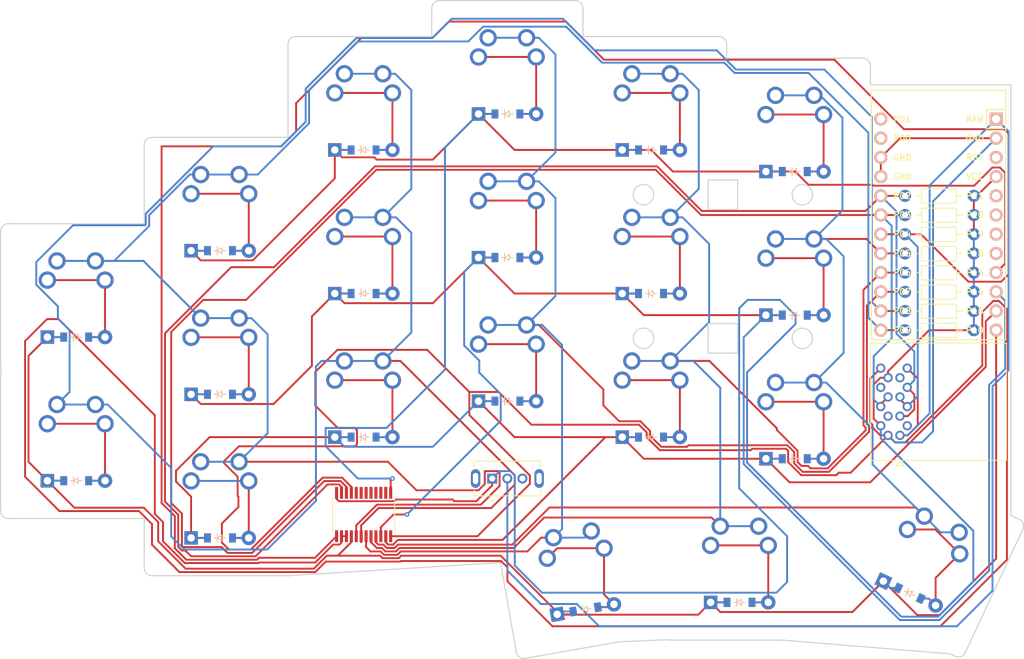
<source format=kicad_pcb>
(kicad_pcb (version 20171130) (host pcbnew 5.1.6)
  (title_block (title trone) (rev v1.0.0) (company Unknown))
  (layers (0 F.Cu signal) (31 B.Cu signal) (34 B.Paste user) (35 F.Paste user) (36 B.SilkS user) (37 F.SilkS user) (38 B.Mask user) (39 F.Mask user) (44 Edge.Cuts user))
  (net 0 "")
  (net 1 "COL3")
  (net 2 "outer_home")
  (net 3 "COL4")
  (net 4 "outer_top")
  (net 5 "pinky_bottom")
  (net 6 "pinky_home")
  (net 7 "pinky_top")
  (net 8 "ring_bottom")
  (net 9 "ring_home")
  (net 10 "ring_top")
  (net 11 "COL2")
  (net 12 "middle_bottom")
  (net 13 "middle_home")
  (net 14 "middle_top")
  (net 15 "COL1")
  (net 16 "index_bottom")
  (net 17 "index_home")
  (net 18 "index_top")
  (net 19 "COL0")
  (net 20 "inner_bottom")
  (net 21 "inner_home")
  (net 22 "inner_top")
  (net 23 "inner_fan")
  (net 24 "home_fan")
  (net 25 "outer_fan")
  (net 26 "ROW3")
  (net 27 "ROW2")
  (net 28 "ROW1")
  (net 29 "ROW0")
  (net 30 "VCC")
  (net 31 "RAW")
  (net 32 "SDA")
  (net 33 "SCL")
  (net 34 "INT")
  (net 35 "GND")
  (net 36 "RST")
  (net 37 "P21")
  (net 38 "P20")
  (net 39 "P19")
  (net 40 "P18")
  (net 41 "P1")
  (net 42 "P0")
  (module MX (layer F.Cu) (at 150 151 0)
    (fp_text reference "S1" hide)
    (fp_text value "" hide)
    (pad "" np_thru_hole circle (at 0 0) (size 3.9878 3.9878) (drill 3.9878) (layers *.Cu *.Mask))
    (pad "" np_thru_hole circle (at 5.08 0) (size 1.7018 1.7018) (drill 1.7018) (layers *.Cu *.Mask))
    (pad "" np_thru_hole circle (at -5.08 0) (size 1.7018 1.7018) (drill 1.7018) (layers *.Cu *.Mask))
    (pad 1 thru_hole circle (at 2.54 -5.08) (size 2.286 2.286) (drill 1.4986) (layers *.Cu *.Mask) (net 1 "COL3"))
    (pad 2 thru_hole circle (at -3.81 -2.54) (size 2.286 2.286) (drill 1.4986) (layers *.Cu *.Mask) (net 2 "outer_home"))
    (pad 1 thru_hole circle (at -2.54 -5.08) (size 2.286 2.286) (drill 1.4986) (layers *.Cu *.Mask) (net 1 "COL3"))
    (pad 2 thru_hole circle (at 3.81 -2.54) (size 2.286 2.286) (drill 1.4986) (layers *.Cu *.Mask) (net 2 "outer_home"))
  )
  (module MX (layer F.Cu) (at 150 132 0)
    (fp_text reference "S2" hide)
    (fp_text value "" hide)
    (pad "" np_thru_hole circle (at 0 0) (size 3.9878 3.9878) (drill 3.9878) (layers *.Cu *.Mask))
    (pad "" np_thru_hole circle (at 5.08 0) (size 1.7018 1.7018) (drill 1.7018) (layers *.Cu *.Mask))
    (pad "" np_thru_hole circle (at -5.08 0) (size 1.7018 1.7018) (drill 1.7018) (layers *.Cu *.Mask))
    (pad 1 thru_hole circle (at 2.54 -5.08) (size 2.286 2.286) (drill 1.4986) (layers *.Cu *.Mask) (net 3 "COL4"))
    (pad 2 thru_hole circle (at -3.81 -2.54) (size 2.286 2.286) (drill 1.4986) (layers *.Cu *.Mask) (net 4 "outer_top"))
    (pad 1 thru_hole circle (at -2.54 -5.08) (size 2.286 2.286) (drill 1.4986) (layers *.Cu *.Mask) (net 3 "COL4"))
    (pad 2 thru_hole circle (at 3.81 -2.54) (size 2.286 2.286) (drill 1.4986) (layers *.Cu *.Mask) (net 4 "outer_top"))
  )
  (module MX (layer F.Cu) (at 169 158.57 0)
    (fp_text reference "S3" hide)
    (fp_text value "" hide)
    (pad "" np_thru_hole circle (at 0 0) (size 3.9878 3.9878) (drill 3.9878) (layers *.Cu *.Mask))
    (pad "" np_thru_hole circle (at 5.08 0) (size 1.7018 1.7018) (drill 1.7018) (layers *.Cu *.Mask))
    (pad "" np_thru_hole circle (at -5.08 0) (size 1.7018 1.7018) (drill 1.7018) (layers *.Cu *.Mask))
    (pad 1 thru_hole circle (at 2.54 -5.08) (size 2.286 2.286) (drill 1.4986) (layers *.Cu *.Mask) (net 3 "COL4"))
    (pad 2 thru_hole circle (at -3.81 -2.54) (size 2.286 2.286) (drill 1.4986) (layers *.Cu *.Mask) (net 5 "pinky_bottom"))
    (pad 1 thru_hole circle (at -2.54 -5.08) (size 2.286 2.286) (drill 1.4986) (layers *.Cu *.Mask) (net 3 "COL4"))
    (pad 2 thru_hole circle (at 3.81 -2.54) (size 2.286 2.286) (drill 1.4986) (layers *.Cu *.Mask) (net 5 "pinky_bottom"))
  )
  (module MX (layer F.Cu) (at 169 139.57 0)
    (fp_text reference "S4" hide)
    (fp_text value "" hide)
    (pad "" np_thru_hole circle (at 0 0) (size 3.9878 3.9878) (drill 3.9878) (layers *.Cu *.Mask))
    (pad "" np_thru_hole circle (at 5.08 0) (size 1.7018 1.7018) (drill 1.7018) (layers *.Cu *.Mask))
    (pad "" np_thru_hole circle (at -5.08 0) (size 1.7018 1.7018) (drill 1.7018) (layers *.Cu *.Mask))
    (pad 1 thru_hole circle (at 2.54 -5.08) (size 2.286 2.286) (drill 1.4986) (layers *.Cu *.Mask) (net 3 "COL4"))
    (pad 2 thru_hole circle (at -3.81 -2.54) (size 2.286 2.286) (drill 1.4986) (layers *.Cu *.Mask) (net 6 "pinky_home"))
    (pad 1 thru_hole circle (at -2.54 -5.08) (size 2.286 2.286) (drill 1.4986) (layers *.Cu *.Mask) (net 3 "COL4"))
    (pad 2 thru_hole circle (at 3.81 -2.54) (size 2.286 2.286) (drill 1.4986) (layers *.Cu *.Mask) (net 6 "pinky_home"))
  )
  (module MX (layer F.Cu) (at 169 120.57 0)
    (fp_text reference "S5" hide)
    (fp_text value "" hide)
    (pad "" np_thru_hole circle (at 0 0) (size 3.9878 3.9878) (drill 3.9878) (layers *.Cu *.Mask))
    (pad "" np_thru_hole circle (at 5.08 0) (size 1.7018 1.7018) (drill 1.7018) (layers *.Cu *.Mask))
    (pad "" np_thru_hole circle (at -5.08 0) (size 1.7018 1.7018) (drill 1.7018) (layers *.Cu *.Mask))
    (pad 1 thru_hole circle (at 2.54 -5.08) (size 2.286 2.286) (drill 1.4986) (layers *.Cu *.Mask) (net 3 "COL4"))
    (pad 2 thru_hole circle (at -3.81 -2.54) (size 2.286 2.286) (drill 1.4986) (layers *.Cu *.Mask) (net 7 "pinky_top"))
    (pad 1 thru_hole circle (at -2.54 -5.08) (size 2.286 2.286) (drill 1.4986) (layers *.Cu *.Mask) (net 3 "COL4"))
    (pad 2 thru_hole circle (at 3.81 -2.54) (size 2.286 2.286) (drill 1.4986) (layers *.Cu *.Mask) (net 7 "pinky_top"))
  )
  (module MX (layer F.Cu) (at 188 145.235 0)
    (fp_text reference "S6" hide)
    (fp_text value "" hide)
    (pad "" np_thru_hole circle (at 0 0) (size 3.9878 3.9878) (drill 3.9878) (layers *.Cu *.Mask))
    (pad "" np_thru_hole circle (at 5.08 0) (size 1.7018 1.7018) (drill 1.7018) (layers *.Cu *.Mask))
    (pad "" np_thru_hole circle (at -5.08 0) (size 1.7018 1.7018) (drill 1.7018) (layers *.Cu *.Mask))
    (pad 1 thru_hole circle (at 2.54 -5.08) (size 2.286 2.286) (drill 1.4986) (layers *.Cu *.Mask) (net 1 "COL3"))
    (pad 2 thru_hole circle (at -3.81 -2.54) (size 2.286 2.286) (drill 1.4986) (layers *.Cu *.Mask) (net 8 "ring_bottom"))
    (pad 1 thru_hole circle (at -2.54 -5.08) (size 2.286 2.286) (drill 1.4986) (layers *.Cu *.Mask) (net 1 "COL3"))
    (pad 2 thru_hole circle (at 3.81 -2.54) (size 2.286 2.286) (drill 1.4986) (layers *.Cu *.Mask) (net 8 "ring_bottom"))
  )
  (module MX (layer F.Cu) (at 188 126.23500000000001 0)
    (fp_text reference "S7" hide)
    (fp_text value "" hide)
    (pad "" np_thru_hole circle (at 0 0) (size 3.9878 3.9878) (drill 3.9878) (layers *.Cu *.Mask))
    (pad "" np_thru_hole circle (at 5.08 0) (size 1.7018 1.7018) (drill 1.7018) (layers *.Cu *.Mask))
    (pad "" np_thru_hole circle (at -5.08 0) (size 1.7018 1.7018) (drill 1.7018) (layers *.Cu *.Mask))
    (pad 1 thru_hole circle (at 2.54 -5.08) (size 2.286 2.286) (drill 1.4986) (layers *.Cu *.Mask) (net 1 "COL3"))
    (pad 2 thru_hole circle (at -3.81 -2.54) (size 2.286 2.286) (drill 1.4986) (layers *.Cu *.Mask) (net 9 "ring_home"))
    (pad 1 thru_hole circle (at -2.54 -5.08) (size 2.286 2.286) (drill 1.4986) (layers *.Cu *.Mask) (net 1 "COL3"))
    (pad 2 thru_hole circle (at 3.81 -2.54) (size 2.286 2.286) (drill 1.4986) (layers *.Cu *.Mask) (net 9 "ring_home"))
  )
  (module MX (layer F.Cu) (at 188 107.23500000000001 0)
    (fp_text reference "S8" hide)
    (fp_text value "" hide)
    (pad "" np_thru_hole circle (at 0 0) (size 3.9878 3.9878) (drill 3.9878) (layers *.Cu *.Mask))
    (pad "" np_thru_hole circle (at 5.08 0) (size 1.7018 1.7018) (drill 1.7018) (layers *.Cu *.Mask))
    (pad "" np_thru_hole circle (at -5.08 0) (size 1.7018 1.7018) (drill 1.7018) (layers *.Cu *.Mask))
    (pad 1 thru_hole circle (at 2.54 -5.08) (size 2.286 2.286) (drill 1.4986) (layers *.Cu *.Mask) (net 1 "COL3"))
    (pad 2 thru_hole circle (at -3.81 -2.54) (size 2.286 2.286) (drill 1.4986) (layers *.Cu *.Mask) (net 10 "ring_top"))
    (pad 1 thru_hole circle (at -2.54 -5.08) (size 2.286 2.286) (drill 1.4986) (layers *.Cu *.Mask) (net 1 "COL3"))
    (pad 2 thru_hole circle (at 3.81 -2.54) (size 2.286 2.286) (drill 1.4986) (layers *.Cu *.Mask) (net 10 "ring_top"))
  )
  (module MX (layer F.Cu) (at 207 140.4725 0)
    (fp_text reference "S9" hide)
    (fp_text value "" hide)
    (pad "" np_thru_hole circle (at 0 0) (size 3.9878 3.9878) (drill 3.9878) (layers *.Cu *.Mask))
    (pad "" np_thru_hole circle (at 5.08 0) (size 1.7018 1.7018) (drill 1.7018) (layers *.Cu *.Mask))
    (pad "" np_thru_hole circle (at -5.08 0) (size 1.7018 1.7018) (drill 1.7018) (layers *.Cu *.Mask))
    (pad 1 thru_hole circle (at 2.54 -5.08) (size 2.286 2.286) (drill 1.4986) (layers *.Cu *.Mask) (net 11 "COL2"))
    (pad 2 thru_hole circle (at -3.81 -2.54) (size 2.286 2.286) (drill 1.4986) (layers *.Cu *.Mask) (net 12 "middle_bottom"))
    (pad 1 thru_hole circle (at -2.54 -5.08) (size 2.286 2.286) (drill 1.4986) (layers *.Cu *.Mask) (net 11 "COL2"))
    (pad 2 thru_hole circle (at 3.81 -2.54) (size 2.286 2.286) (drill 1.4986) (layers *.Cu *.Mask) (net 12 "middle_bottom"))
  )
  (module MX (layer F.Cu) (at 207 121.4725 0)
    (fp_text reference "S10" hide)
    (fp_text value "" hide)
    (pad "" np_thru_hole circle (at 0 0) (size 3.9878 3.9878) (drill 3.9878) (layers *.Cu *.Mask))
    (pad "" np_thru_hole circle (at 5.08 0) (size 1.7018 1.7018) (drill 1.7018) (layers *.Cu *.Mask))
    (pad "" np_thru_hole circle (at -5.08 0) (size 1.7018 1.7018) (drill 1.7018) (layers *.Cu *.Mask))
    (pad 1 thru_hole circle (at 2.54 -5.08) (size 2.286 2.286) (drill 1.4986) (layers *.Cu *.Mask) (net 11 "COL2"))
    (pad 2 thru_hole circle (at -3.81 -2.54) (size 2.286 2.286) (drill 1.4986) (layers *.Cu *.Mask) (net 13 "middle_home"))
    (pad 1 thru_hole circle (at -2.54 -5.08) (size 2.286 2.286) (drill 1.4986) (layers *.Cu *.Mask) (net 11 "COL2"))
    (pad 2 thru_hole circle (at 3.81 -2.54) (size 2.286 2.286) (drill 1.4986) (layers *.Cu *.Mask) (net 13 "middle_home"))
  )
  (module MX (layer F.Cu) (at 207 102.4725 0)
    (fp_text reference "S11" hide)
    (fp_text value "" hide)
    (pad "" np_thru_hole circle (at 0 0) (size 3.9878 3.9878) (drill 3.9878) (layers *.Cu *.Mask))
    (pad "" np_thru_hole circle (at 5.08 0) (size 1.7018 1.7018) (drill 1.7018) (layers *.Cu *.Mask))
    (pad "" np_thru_hole circle (at -5.08 0) (size 1.7018 1.7018) (drill 1.7018) (layers *.Cu *.Mask))
    (pad 1 thru_hole circle (at 2.54 -5.08) (size 2.286 2.286) (drill 1.4986) (layers *.Cu *.Mask) (net 11 "COL2"))
    (pad 2 thru_hole circle (at -3.81 -2.54) (size 2.286 2.286) (drill 1.4986) (layers *.Cu *.Mask) (net 14 "middle_top"))
    (pad 1 thru_hole circle (at -2.54 -5.08) (size 2.286 2.286) (drill 1.4986) (layers *.Cu *.Mask) (net 11 "COL2"))
    (pad 2 thru_hole circle (at 3.81 -2.54) (size 2.286 2.286) (drill 1.4986) (layers *.Cu *.Mask) (net 14 "middle_top"))
  )
  (module MX (layer F.Cu) (at 226 145.235 0)
    (fp_text reference "S12" hide)
    (fp_text value "" hide)
    (pad "" np_thru_hole circle (at 0 0) (size 3.9878 3.9878) (drill 3.9878) (layers *.Cu *.Mask))
    (pad "" np_thru_hole circle (at 5.08 0) (size 1.7018 1.7018) (drill 1.7018) (layers *.Cu *.Mask))
    (pad "" np_thru_hole circle (at -5.08 0) (size 1.7018 1.7018) (drill 1.7018) (layers *.Cu *.Mask))
    (pad 1 thru_hole circle (at 2.54 -5.08) (size 2.286 2.286) (drill 1.4986) (layers *.Cu *.Mask) (net 15 "COL1"))
    (pad 2 thru_hole circle (at -3.81 -2.54) (size 2.286 2.286) (drill 1.4986) (layers *.Cu *.Mask) (net 16 "index_bottom"))
    (pad 1 thru_hole circle (at -2.54 -5.08) (size 2.286 2.286) (drill 1.4986) (layers *.Cu *.Mask) (net 15 "COL1"))
    (pad 2 thru_hole circle (at 3.81 -2.54) (size 2.286 2.286) (drill 1.4986) (layers *.Cu *.Mask) (net 16 "index_bottom"))
  )
  (module MX (layer F.Cu) (at 226 126.23500000000001 0)
    (fp_text reference "S13" hide)
    (fp_text value "" hide)
    (pad "" np_thru_hole circle (at 0 0) (size 3.9878 3.9878) (drill 3.9878) (layers *.Cu *.Mask))
    (pad "" np_thru_hole circle (at 5.08 0) (size 1.7018 1.7018) (drill 1.7018) (layers *.Cu *.Mask))
    (pad "" np_thru_hole circle (at -5.08 0) (size 1.7018 1.7018) (drill 1.7018) (layers *.Cu *.Mask))
    (pad 1 thru_hole circle (at 2.54 -5.08) (size 2.286 2.286) (drill 1.4986) (layers *.Cu *.Mask) (net 15 "COL1"))
    (pad 2 thru_hole circle (at -3.81 -2.54) (size 2.286 2.286) (drill 1.4986) (layers *.Cu *.Mask) (net 17 "index_home"))
    (pad 1 thru_hole circle (at -2.54 -5.08) (size 2.286 2.286) (drill 1.4986) (layers *.Cu *.Mask) (net 15 "COL1"))
    (pad 2 thru_hole circle (at 3.81 -2.54) (size 2.286 2.286) (drill 1.4986) (layers *.Cu *.Mask) (net 17 "index_home"))
  )
  (module MX (layer F.Cu) (at 226 107.23500000000001 0)
    (fp_text reference "S14" hide)
    (fp_text value "" hide)
    (pad "" np_thru_hole circle (at 0 0) (size 3.9878 3.9878) (drill 3.9878) (layers *.Cu *.Mask))
    (pad "" np_thru_hole circle (at 5.08 0) (size 1.7018 1.7018) (drill 1.7018) (layers *.Cu *.Mask))
    (pad "" np_thru_hole circle (at -5.08 0) (size 1.7018 1.7018) (drill 1.7018) (layers *.Cu *.Mask))
    (pad 1 thru_hole circle (at 2.54 -5.08) (size 2.286 2.286) (drill 1.4986) (layers *.Cu *.Mask) (net 15 "COL1"))
    (pad 2 thru_hole circle (at -3.81 -2.54) (size 2.286 2.286) (drill 1.4986) (layers *.Cu *.Mask) (net 18 "index_top"))
    (pad 1 thru_hole circle (at -2.54 -5.08) (size 2.286 2.286) (drill 1.4986) (layers *.Cu *.Mask) (net 15 "COL1"))
    (pad 2 thru_hole circle (at 3.81 -2.54) (size 2.286 2.286) (drill 1.4986) (layers *.Cu *.Mask) (net 18 "index_top"))
  )
  (module MX (layer F.Cu) (at 245 148.0925 0)
    (fp_text reference "S15" hide)
    (fp_text value "" hide)
    (pad "" np_thru_hole circle (at 0 0) (size 3.9878 3.9878) (drill 3.9878) (layers *.Cu *.Mask))
    (pad "" np_thru_hole circle (at 5.08 0) (size 1.7018 1.7018) (drill 1.7018) (layers *.Cu *.Mask))
    (pad "" np_thru_hole circle (at -5.08 0) (size 1.7018 1.7018) (drill 1.7018) (layers *.Cu *.Mask))
    (pad 1 thru_hole circle (at 2.54 -5.08) (size 2.286 2.286) (drill 1.4986) (layers *.Cu *.Mask) (net 19 "COL0"))
    (pad 2 thru_hole circle (at -3.81 -2.54) (size 2.286 2.286) (drill 1.4986) (layers *.Cu *.Mask) (net 20 "inner_bottom"))
    (pad 1 thru_hole circle (at -2.54 -5.08) (size 2.286 2.286) (drill 1.4986) (layers *.Cu *.Mask) (net 19 "COL0"))
    (pad 2 thru_hole circle (at 3.81 -2.54) (size 2.286 2.286) (drill 1.4986) (layers *.Cu *.Mask) (net 20 "inner_bottom"))
  )
  (module MX (layer F.Cu) (at 245 129.0925 0)
    (fp_text reference "S16" hide)
    (fp_text value "" hide)
    (pad "" np_thru_hole circle (at 0 0) (size 3.9878 3.9878) (drill 3.9878) (layers *.Cu *.Mask))
    (pad "" np_thru_hole circle (at 5.08 0) (size 1.7018 1.7018) (drill 1.7018) (layers *.Cu *.Mask))
    (pad "" np_thru_hole circle (at -5.08 0) (size 1.7018 1.7018) (drill 1.7018) (layers *.Cu *.Mask))
    (pad 1 thru_hole circle (at 2.54 -5.08) (size 2.286 2.286) (drill 1.4986) (layers *.Cu *.Mask) (net 19 "COL0"))
    (pad 2 thru_hole circle (at -3.81 -2.54) (size 2.286 2.286) (drill 1.4986) (layers *.Cu *.Mask) (net 21 "inner_home"))
    (pad 1 thru_hole circle (at -2.54 -5.08) (size 2.286 2.286) (drill 1.4986) (layers *.Cu *.Mask) (net 19 "COL0"))
    (pad 2 thru_hole circle (at 3.81 -2.54) (size 2.286 2.286) (drill 1.4986) (layers *.Cu *.Mask) (net 21 "inner_home"))
  )
  (module MX (layer F.Cu) (at 245 110.0925 0)
    (fp_text reference "S17" hide)
    (fp_text value "" hide)
    (pad "" np_thru_hole circle (at 0 0) (size 3.9878 3.9878) (drill 3.9878) (layers *.Cu *.Mask))
    (pad "" np_thru_hole circle (at 5.08 0) (size 1.7018 1.7018) (drill 1.7018) (layers *.Cu *.Mask))
    (pad "" np_thru_hole circle (at -5.08 0) (size 1.7018 1.7018) (drill 1.7018) (layers *.Cu *.Mask))
    (pad 1 thru_hole circle (at 2.54 -5.08) (size 2.286 2.286) (drill 1.4986) (layers *.Cu *.Mask) (net 19 "COL0"))
    (pad 2 thru_hole circle (at -3.81 -2.54) (size 2.286 2.286) (drill 1.4986) (layers *.Cu *.Mask) (net 22 "inner_top"))
    (pad 1 thru_hole circle (at -2.54 -5.08) (size 2.286 2.286) (drill 1.4986) (layers *.Cu *.Mask) (net 19 "COL0"))
    (pad 2 thru_hole circle (at 3.81 -2.54) (size 2.286 2.286) (drill 1.4986) (layers *.Cu *.Mask) (net 22 "inner_top"))
  )
  (module MX (layer F.Cu) (at 216.475 168.09500000000003 10)
    (fp_text reference "S18" hide)
    (fp_text value "" hide)
    (pad "" np_thru_hole circle (at 0 0) (size 3.9878 3.9878) (drill 3.9878) (layers *.Cu *.Mask))
    (pad "" np_thru_hole circle (at 5.08 0) (size 1.7018 1.7018) (drill 1.7018) (layers *.Cu *.Mask))
    (pad "" np_thru_hole circle (at -5.08 0) (size 1.7018 1.7018) (drill 1.7018) (layers *.Cu *.Mask))
    (pad 1 thru_hole circle (at 2.54 -5.08) (size 2.286 2.286) (drill 1.4986) (layers *.Cu *.Mask) (net 11 "COL2"))
    (pad 2 thru_hole circle (at -3.81 -2.54) (size 2.286 2.286) (drill 1.4986) (layers *.Cu *.Mask) (net 23 "inner_fan"))
    (pad 1 thru_hole circle (at -2.54 -5.08) (size 2.286 2.286) (drill 1.4986) (layers *.Cu *.Mask) (net 11 "COL2"))
    (pad 2 thru_hole circle (at 3.81 -2.54) (size 2.286 2.286) (drill 1.4986) (layers *.Cu *.Mask) (net 23 "inner_fan"))
  )
  (module MX (layer F.Cu) (at 237.6863473 167.09568460000003 0)
    (fp_text reference "S19" hide)
    (fp_text value "" hide)
    (pad "" np_thru_hole circle (at 0 0) (size 3.9878 3.9878) (drill 3.9878) (layers *.Cu *.Mask))
    (pad "" np_thru_hole circle (at 5.08 0) (size 1.7018 1.7018) (drill 1.7018) (layers *.Cu *.Mask))
    (pad "" np_thru_hole circle (at -5.08 0) (size 1.7018 1.7018) (drill 1.7018) (layers *.Cu *.Mask))
    (pad 1 thru_hole circle (at 2.54 -5.08) (size 2.286 2.286) (drill 1.4986) (layers *.Cu *.Mask) (net 15 "COL1"))
    (pad 2 thru_hole circle (at -3.81 -2.54) (size 2.286 2.286) (drill 1.4986) (layers *.Cu *.Mask) (net 24 "home_fan"))
    (pad 1 thru_hole circle (at -2.54 -5.08) (size 2.286 2.286) (drill 1.4986) (layers *.Cu *.Mask) (net 15 "COL1"))
    (pad 2 thru_hole circle (at 3.81 -2.54) (size 2.286 2.286) (drill 1.4986) (layers *.Cu *.Mask) (net 24 "home_fan"))
  )
  (module MX (layer F.Cu) (at 262.2820461 166.36401510000002 -25)
    (fp_text reference "S20" hide)
    (fp_text value "" hide)
    (pad "" np_thru_hole circle (at 0 0) (size 3.9878 3.9878) (drill 3.9878) (layers *.Cu *.Mask))
    (pad "" np_thru_hole circle (at 5.08 0) (size 1.7018 1.7018) (drill 1.7018) (layers *.Cu *.Mask))
    (pad "" np_thru_hole circle (at -5.08 0) (size 1.7018 1.7018) (drill 1.7018) (layers *.Cu *.Mask))
    (pad 1 thru_hole circle (at 2.54 -5.08) (size 2.286 2.286) (drill 1.4986) (layers *.Cu *.Mask) (net 19 "COL0"))
    (pad 2 thru_hole circle (at -3.81 -2.54) (size 2.286 2.286) (drill 1.4986) (layers *.Cu *.Mask) (net 25 "outer_fan"))
    (pad 1 thru_hole circle (at -2.54 -5.08) (size 2.286 2.286) (drill 1.4986) (layers *.Cu *.Mask) (net 19 "COL0"))
    (pad 2 thru_hole circle (at 3.81 -2.54) (size 2.286 2.286) (drill 1.4986) (layers *.Cu *.Mask) (net 25 "outer_fan"))
  )
  (module ComboDiode (layer F.Cu) (at 150 156 0)
    (fp_text reference "D1" hide)
    (fp_text value "" hide)
    (pad 1 smd rect (at -1.65 0 0) (size 0.9 1.2) (layers F.Cu F.Paste F.Mask) (net 26 "ROW3"))
    (pad 2 smd rect (at 1.65 0 0) (size 0.9 1.2) (layers B.Cu B.Paste B.Mask) (net 2 "outer_home"))
    (pad 1 smd rect (at -1.65 0 0) (size 0.9 1.2) (layers B.Cu B.Paste B.Mask) (net 26 "ROW3"))
    (pad 2 smd rect (at 1.65 0 0) (size 0.9 1.2) (layers F.Cu F.Paste F.Mask) (net 2 "outer_home"))
    (pad 1 thru_hole rect (at -3.81 0 0) (size 1.778 1.778) (drill 0.9906) (layers *.Cu *.Mask) (net 26 "ROW3"))
    (pad 2 thru_hole circle (at 3.81 0 0) (size 1.905 1.905) (drill 0.9906) (layers *.Cu *.Mask) (net 2 "outer_home"))
  )
  (module ComboDiode (layer F.Cu) (at 150 137 0)
    (fp_text reference "D2" hide)
    (fp_text value "" hide)
    (pad 1 smd rect (at -1.65 0 0) (size 0.9 1.2) (layers F.Cu F.Paste F.Mask) (net 26 "ROW3"))
    (pad 2 smd rect (at 1.65 0 0) (size 0.9 1.2) (layers B.Cu B.Paste B.Mask) (net 4 "outer_top"))
    (pad 1 smd rect (at -1.65 0 0) (size 0.9 1.2) (layers B.Cu B.Paste B.Mask) (net 26 "ROW3"))
    (pad 2 smd rect (at 1.65 0 0) (size 0.9 1.2) (layers F.Cu F.Paste F.Mask) (net 4 "outer_top"))
    (pad 1 thru_hole rect (at -3.81 0 0) (size 1.778 1.778) (drill 0.9906) (layers *.Cu *.Mask) (net 26 "ROW3"))
    (pad 2 thru_hole circle (at 3.81 0 0) (size 1.905 1.905) (drill 0.9906) (layers *.Cu *.Mask) (net 4 "outer_top"))
  )
  (module ComboDiode (layer F.Cu) (at 169 163.57 0)
    (fp_text reference "D3" hide)
    (fp_text value "" hide)
    (pad 1 smd rect (at -1.65 0 0) (size 0.9 1.2) (layers F.Cu F.Paste F.Mask) (net 27 "ROW2"))
    (pad 2 smd rect (at 1.65 0 0) (size 0.9 1.2) (layers B.Cu B.Paste B.Mask) (net 5 "pinky_bottom"))
    (pad 1 smd rect (at -1.65 0 0) (size 0.9 1.2) (layers B.Cu B.Paste B.Mask) (net 27 "ROW2"))
    (pad 2 smd rect (at 1.65 0 0) (size 0.9 1.2) (layers F.Cu F.Paste F.Mask) (net 5 "pinky_bottom"))
    (pad 1 thru_hole rect (at -3.81 0 0) (size 1.778 1.778) (drill 0.9906) (layers *.Cu *.Mask) (net 27 "ROW2"))
    (pad 2 thru_hole circle (at 3.81 0 0) (size 1.905 1.905) (drill 0.9906) (layers *.Cu *.Mask) (net 5 "pinky_bottom"))
  )
  (module ComboDiode (layer F.Cu) (at 169 144.57 0)
    (fp_text reference "D4" hide)
    (fp_text value "" hide)
    (pad 1 smd rect (at -1.65 0 0) (size 0.9 1.2) (layers F.Cu F.Paste F.Mask) (net 28 "ROW1"))
    (pad 2 smd rect (at 1.65 0 0) (size 0.9 1.2) (layers B.Cu B.Paste B.Mask) (net 6 "pinky_home"))
    (pad 1 smd rect (at -1.65 0 0) (size 0.9 1.2) (layers B.Cu B.Paste B.Mask) (net 28 "ROW1"))
    (pad 2 smd rect (at 1.65 0 0) (size 0.9 1.2) (layers F.Cu F.Paste F.Mask) (net 6 "pinky_home"))
    (pad 1 thru_hole rect (at -3.81 0 0) (size 1.778 1.778) (drill 0.9906) (layers *.Cu *.Mask) (net 28 "ROW1"))
    (pad 2 thru_hole circle (at 3.81 0 0) (size 1.905 1.905) (drill 0.9906) (layers *.Cu *.Mask) (net 6 "pinky_home"))
  )
  (module ComboDiode (layer F.Cu) (at 169 125.57 0)
    (fp_text reference "D5" hide)
    (fp_text value "" hide)
    (pad 1 smd rect (at -1.65 0 0) (size 0.9 1.2) (layers F.Cu F.Paste F.Mask) (net 29 "ROW0"))
    (pad 2 smd rect (at 1.65 0 0) (size 0.9 1.2) (layers B.Cu B.Paste B.Mask) (net 7 "pinky_top"))
    (pad 1 smd rect (at -1.65 0 0) (size 0.9 1.2) (layers B.Cu B.Paste B.Mask) (net 29 "ROW0"))
    (pad 2 smd rect (at 1.65 0 0) (size 0.9 1.2) (layers F.Cu F.Paste F.Mask) (net 7 "pinky_top"))
    (pad 1 thru_hole rect (at -3.81 0 0) (size 1.778 1.778) (drill 0.9906) (layers *.Cu *.Mask) (net 29 "ROW0"))
    (pad 2 thru_hole circle (at 3.81 0 0) (size 1.905 1.905) (drill 0.9906) (layers *.Cu *.Mask) (net 7 "pinky_top"))
  )
  (module ComboDiode (layer F.Cu) (at 188 150.235 0)
    (fp_text reference "D6" hide)
    (fp_text value "" hide)
    (pad 1 smd rect (at -1.65 0 0) (size 0.9 1.2) (layers F.Cu F.Paste F.Mask) (net 27 "ROW2"))
    (pad 2 smd rect (at 1.65 0 0) (size 0.9 1.2) (layers B.Cu B.Paste B.Mask) (net 8 "ring_bottom"))
    (pad 1 smd rect (at -1.65 0 0) (size 0.9 1.2) (layers B.Cu B.Paste B.Mask) (net 27 "ROW2"))
    (pad 2 smd rect (at 1.65 0 0) (size 0.9 1.2) (layers F.Cu F.Paste F.Mask) (net 8 "ring_bottom"))
    (pad 1 thru_hole rect (at -3.81 0 0) (size 1.778 1.778) (drill 0.9906) (layers *.Cu *.Mask) (net 27 "ROW2"))
    (pad 2 thru_hole circle (at 3.81 0 0) (size 1.905 1.905) (drill 0.9906) (layers *.Cu *.Mask) (net 8 "ring_bottom"))
  )
  (module ComboDiode (layer F.Cu) (at 188 131.235 0)
    (fp_text reference "D7" hide)
    (fp_text value "" hide)
    (pad 1 smd rect (at -1.65 0 0) (size 0.9 1.2) (layers F.Cu F.Paste F.Mask) (net 28 "ROW1"))
    (pad 2 smd rect (at 1.65 0 0) (size 0.9 1.2) (layers B.Cu B.Paste B.Mask) (net 9 "ring_home"))
    (pad 1 smd rect (at -1.65 0 0) (size 0.9 1.2) (layers B.Cu B.Paste B.Mask) (net 28 "ROW1"))
    (pad 2 smd rect (at 1.65 0 0) (size 0.9 1.2) (layers F.Cu F.Paste F.Mask) (net 9 "ring_home"))
    (pad 1 thru_hole rect (at -3.81 0 0) (size 1.778 1.778) (drill 0.9906) (layers *.Cu *.Mask) (net 28 "ROW1"))
    (pad 2 thru_hole circle (at 3.81 0 0) (size 1.905 1.905) (drill 0.9906) (layers *.Cu *.Mask) (net 9 "ring_home"))
  )
  (module ComboDiode (layer F.Cu) (at 188 112.23500000000001 0)
    (fp_text reference "D8" hide)
    (fp_text value "" hide)
    (pad 1 smd rect (at -1.65 0 0) (size 0.9 1.2) (layers F.Cu F.Paste F.Mask) (net 29 "ROW0"))
    (pad 2 smd rect (at 1.65 0 0) (size 0.9 1.2) (layers B.Cu B.Paste B.Mask) (net 10 "ring_top"))
    (pad 1 smd rect (at -1.65 0 0) (size 0.9 1.2) (layers B.Cu B.Paste B.Mask) (net 29 "ROW0"))
    (pad 2 smd rect (at 1.65 0 0) (size 0.9 1.2) (layers F.Cu F.Paste F.Mask) (net 10 "ring_top"))
    (pad 1 thru_hole rect (at -3.81 0 0) (size 1.778 1.778) (drill 0.9906) (layers *.Cu *.Mask) (net 29 "ROW0"))
    (pad 2 thru_hole circle (at 3.81 0 0) (size 1.905 1.905) (drill 0.9906) (layers *.Cu *.Mask) (net 10 "ring_top"))
  )
  (module ComboDiode (layer F.Cu) (at 207 145.4725 0)
    (fp_text reference "D9" hide)
    (fp_text value "" hide)
    (pad 1 smd rect (at -1.65 0 0) (size 0.9 1.2) (layers F.Cu F.Paste F.Mask) (net 27 "ROW2"))
    (pad 2 smd rect (at 1.65 0 0) (size 0.9 1.2) (layers B.Cu B.Paste B.Mask) (net 12 "middle_bottom"))
    (pad 1 smd rect (at -1.65 0 0) (size 0.9 1.2) (layers B.Cu B.Paste B.Mask) (net 27 "ROW2"))
    (pad 2 smd rect (at 1.65 0 0) (size 0.9 1.2) (layers F.Cu F.Paste F.Mask) (net 12 "middle_bottom"))
    (pad 1 thru_hole rect (at -3.81 0 0) (size 1.778 1.778) (drill 0.9906) (layers *.Cu *.Mask) (net 27 "ROW2"))
    (pad 2 thru_hole circle (at 3.81 0 0) (size 1.905 1.905) (drill 0.9906) (layers *.Cu *.Mask) (net 12 "middle_bottom"))
  )
  (module ComboDiode (layer F.Cu) (at 207 126.4725 0)
    (fp_text reference "D10" hide)
    (fp_text value "" hide)
    (pad 1 smd rect (at -1.65 0 0) (size 0.9 1.2) (layers F.Cu F.Paste F.Mask) (net 28 "ROW1"))
    (pad 2 smd rect (at 1.65 0 0) (size 0.9 1.2) (layers B.Cu B.Paste B.Mask) (net 13 "middle_home"))
    (pad 1 smd rect (at -1.65 0 0) (size 0.9 1.2) (layers B.Cu B.Paste B.Mask) (net 28 "ROW1"))
    (pad 2 smd rect (at 1.65 0 0) (size 0.9 1.2) (layers F.Cu F.Paste F.Mask) (net 13 "middle_home"))
    (pad 1 thru_hole rect (at -3.81 0 0) (size 1.778 1.778) (drill 0.9906) (layers *.Cu *.Mask) (net 28 "ROW1"))
    (pad 2 thru_hole circle (at 3.81 0 0) (size 1.905 1.905) (drill 0.9906) (layers *.Cu *.Mask) (net 13 "middle_home"))
  )
  (module ComboDiode (layer F.Cu) (at 207 107.4725 0)
    (fp_text reference "D11" hide)
    (fp_text value "" hide)
    (pad 1 smd rect (at -1.65 0 0) (size 0.9 1.2) (layers F.Cu F.Paste F.Mask) (net 29 "ROW0"))
    (pad 2 smd rect (at 1.65 0 0) (size 0.9 1.2) (layers B.Cu B.Paste B.Mask) (net 14 "middle_top"))
    (pad 1 smd rect (at -1.65 0 0) (size 0.9 1.2) (layers B.Cu B.Paste B.Mask) (net 29 "ROW0"))
    (pad 2 smd rect (at 1.65 0 0) (size 0.9 1.2) (layers F.Cu F.Paste F.Mask) (net 14 "middle_top"))
    (pad 1 thru_hole rect (at -3.81 0 0) (size 1.778 1.778) (drill 0.9906) (layers *.Cu *.Mask) (net 29 "ROW0"))
    (pad 2 thru_hole circle (at 3.81 0 0) (size 1.905 1.905) (drill 0.9906) (layers *.Cu *.Mask) (net 14 "middle_top"))
  )
  (module ComboDiode (layer F.Cu) (at 226 150.235 0)
    (fp_text reference "D12" hide)
    (fp_text value "" hide)
    (pad 1 smd rect (at -1.65 0 0) (size 0.9 1.2) (layers F.Cu F.Paste F.Mask) (net 27 "ROW2"))
    (pad 2 smd rect (at 1.65 0 0) (size 0.9 1.2) (layers B.Cu B.Paste B.Mask) (net 16 "index_bottom"))
    (pad 1 smd rect (at -1.65 0 0) (size 0.9 1.2) (layers B.Cu B.Paste B.Mask) (net 27 "ROW2"))
    (pad 2 smd rect (at 1.65 0 0) (size 0.9 1.2) (layers F.Cu F.Paste F.Mask) (net 16 "index_bottom"))
    (pad 1 thru_hole rect (at -3.81 0 0) (size 1.778 1.778) (drill 0.9906) (layers *.Cu *.Mask) (net 27 "ROW2"))
    (pad 2 thru_hole circle (at 3.81 0 0) (size 1.905 1.905) (drill 0.9906) (layers *.Cu *.Mask) (net 16 "index_bottom"))
  )
  (module ComboDiode (layer F.Cu) (at 226 131.235 0)
    (fp_text reference "D13" hide)
    (fp_text value "" hide)
    (pad 1 smd rect (at -1.65 0 0) (size 0.9 1.2) (layers F.Cu F.Paste F.Mask) (net 28 "ROW1"))
    (pad 2 smd rect (at 1.65 0 0) (size 0.9 1.2) (layers B.Cu B.Paste B.Mask) (net 17 "index_home"))
    (pad 1 smd rect (at -1.65 0 0) (size 0.9 1.2) (layers B.Cu B.Paste B.Mask) (net 28 "ROW1"))
    (pad 2 smd rect (at 1.65 0 0) (size 0.9 1.2) (layers F.Cu F.Paste F.Mask) (net 17 "index_home"))
    (pad 1 thru_hole rect (at -3.81 0 0) (size 1.778 1.778) (drill 0.9906) (layers *.Cu *.Mask) (net 28 "ROW1"))
    (pad 2 thru_hole circle (at 3.81 0 0) (size 1.905 1.905) (drill 0.9906) (layers *.Cu *.Mask) (net 17 "index_home"))
  )
  (module ComboDiode (layer F.Cu) (at 226 112.23500000000001 0)
    (fp_text reference "D14" hide)
    (fp_text value "" hide)
    (pad 1 smd rect (at -1.65 0 0) (size 0.9 1.2) (layers F.Cu F.Paste F.Mask) (net 29 "ROW0"))
    (pad 2 smd rect (at 1.65 0 0) (size 0.9 1.2) (layers B.Cu B.Paste B.Mask) (net 18 "index_top"))
    (pad 1 smd rect (at -1.65 0 0) (size 0.9 1.2) (layers B.Cu B.Paste B.Mask) (net 29 "ROW0"))
    (pad 2 smd rect (at 1.65 0 0) (size 0.9 1.2) (layers F.Cu F.Paste F.Mask) (net 18 "index_top"))
    (pad 1 thru_hole rect (at -3.81 0 0) (size 1.778 1.778) (drill 0.9906) (layers *.Cu *.Mask) (net 29 "ROW0"))
    (pad 2 thru_hole circle (at 3.81 0 0) (size 1.905 1.905) (drill 0.9906) (layers *.Cu *.Mask) (net 18 "index_top"))
  )
  (module ComboDiode (layer F.Cu) (at 245 153.0925 0)
    (fp_text reference "D15" hide)
    (fp_text value "" hide)
    (pad 1 smd rect (at -1.65 0 0) (size 0.9 1.2) (layers F.Cu F.Paste F.Mask) (net 27 "ROW2"))
    (pad 2 smd rect (at 1.65 0 0) (size 0.9 1.2) (layers B.Cu B.Paste B.Mask) (net 20 "inner_bottom"))
    (pad 1 smd rect (at -1.65 0 0) (size 0.9 1.2) (layers B.Cu B.Paste B.Mask) (net 27 "ROW2"))
    (pad 2 smd rect (at 1.65 0 0) (size 0.9 1.2) (layers F.Cu F.Paste F.Mask) (net 20 "inner_bottom"))
    (pad 1 thru_hole rect (at -3.81 0 0) (size 1.778 1.778) (drill 0.9906) (layers *.Cu *.Mask) (net 27 "ROW2"))
    (pad 2 thru_hole circle (at 3.81 0 0) (size 1.905 1.905) (drill 0.9906) (layers *.Cu *.Mask) (net 20 "inner_bottom"))
  )
  (module ComboDiode (layer F.Cu) (at 245 134.0925 0)
    (fp_text reference "D16" hide)
    (fp_text value "" hide)
    (pad 1 smd rect (at -1.65 0 0) (size 0.9 1.2) (layers F.Cu F.Paste F.Mask) (net 28 "ROW1"))
    (pad 2 smd rect (at 1.65 0 0) (size 0.9 1.2) (layers B.Cu B.Paste B.Mask) (net 21 "inner_home"))
    (pad 1 smd rect (at -1.65 0 0) (size 0.9 1.2) (layers B.Cu B.Paste B.Mask) (net 28 "ROW1"))
    (pad 2 smd rect (at 1.65 0 0) (size 0.9 1.2) (layers F.Cu F.Paste F.Mask) (net 21 "inner_home"))
    (pad 1 thru_hole rect (at -3.81 0 0) (size 1.778 1.778) (drill 0.9906) (layers *.Cu *.Mask) (net 28 "ROW1"))
    (pad 2 thru_hole circle (at 3.81 0 0) (size 1.905 1.905) (drill 0.9906) (layers *.Cu *.Mask) (net 21 "inner_home"))
  )
  (module ComboDiode (layer F.Cu) (at 245 115.0925 0)
    (fp_text reference "D17" hide)
    (fp_text value "" hide)
    (pad 1 smd rect (at -1.65 0 0) (size 0.9 1.2) (layers F.Cu F.Paste F.Mask) (net 29 "ROW0"))
    (pad 2 smd rect (at 1.65 0 0) (size 0.9 1.2) (layers B.Cu B.Paste B.Mask) (net 22 "inner_top"))
    (pad 1 smd rect (at -1.65 0 0) (size 0.9 1.2) (layers B.Cu B.Paste B.Mask) (net 29 "ROW0"))
    (pad 2 smd rect (at 1.65 0 0) (size 0.9 1.2) (layers F.Cu F.Paste F.Mask) (net 22 "inner_top"))
    (pad 1 thru_hole rect (at -3.81 0 0) (size 1.778 1.778) (drill 0.9906) (layers *.Cu *.Mask) (net 29 "ROW0"))
    (pad 2 thru_hole circle (at 3.81 0 0) (size 1.905 1.905) (drill 0.9906) (layers *.Cu *.Mask) (net 22 "inner_top"))
  )
  (module ComboDiode (layer F.Cu) (at 217.34324089999998 173.01903880000003 10)
    (fp_text reference "D18" hide)
    (fp_text value "" hide)
    (pad 1 smd rect (at -1.65 0 10) (size 0.9 1.2) (layers F.Cu F.Paste F.Mask) (net 26 "ROW3"))
    (pad 2 smd rect (at 1.65 0 10) (size 0.9 1.2) (layers B.Cu B.Paste B.Mask) (net 23 "inner_fan"))
    (pad 1 smd rect (at -1.65 0 10) (size 0.9 1.2) (layers B.Cu B.Paste B.Mask) (net 26 "ROW3"))
    (pad 2 smd rect (at 1.65 0 10) (size 0.9 1.2) (layers F.Cu F.Paste F.Mask) (net 23 "inner_fan"))
    (pad 1 thru_hole rect (at -3.81 0 10) (size 1.778 1.778) (drill 0.9906) (layers *.Cu *.Mask) (net 26 "ROW3"))
    (pad 2 thru_hole circle (at 3.81 0 10) (size 1.905 1.905) (drill 0.9906) (layers *.Cu *.Mask) (net 23 "inner_fan"))
  )
  (module ComboDiode (layer F.Cu) (at 237.6863473 172.09568460000003 0)
    (fp_text reference "D19" hide)
    (fp_text value "" hide)
    (pad 1 smd rect (at -1.65 0 0) (size 0.9 1.2) (layers F.Cu F.Paste F.Mask) (net 26 "ROW3"))
    (pad 2 smd rect (at 1.65 0 0) (size 0.9 1.2) (layers B.Cu B.Paste B.Mask) (net 24 "home_fan"))
    (pad 1 smd rect (at -1.65 0 0) (size 0.9 1.2) (layers B.Cu B.Paste B.Mask) (net 26 "ROW3"))
    (pad 2 smd rect (at 1.65 0 0) (size 0.9 1.2) (layers F.Cu F.Paste F.Mask) (net 24 "home_fan"))
    (pad 1 thru_hole rect (at -3.81 0 0) (size 1.778 1.778) (drill 0.9906) (layers *.Cu *.Mask) (net 26 "ROW3"))
    (pad 2 thru_hole circle (at 3.81 0 0) (size 1.905 1.905) (drill 0.9906) (layers *.Cu *.Mask) (net 24 "home_fan"))
  )
  (module ComboDiode (layer F.Cu) (at 260.1689548 170.895554 -25)
    (fp_text reference "D20" hide)
    (fp_text value "" hide)
    (pad 1 smd rect (at -1.65 0 -25) (size 0.9 1.2) (layers F.Cu F.Paste F.Mask) (net 26 "ROW3"))
    (pad 2 smd rect (at 1.65 0 -25) (size 0.9 1.2) (layers B.Cu B.Paste B.Mask) (net 25 "outer_fan"))
    (pad 1 smd rect (at -1.65 0 -25) (size 0.9 1.2) (layers B.Cu B.Paste B.Mask) (net 26 "ROW3"))
    (pad 2 smd rect (at 1.65 0 -25) (size 0.9 1.2) (layers F.Cu F.Paste F.Mask) (net 25 "outer_fan"))
    (pad 1 thru_hole rect (at -3.81 0 -25) (size 1.778 1.778) (drill 0.9906) (layers *.Cu *.Mask) (net 26 "ROW3"))
    (pad 2 thru_hole circle (at 3.81 0 -25) (size 1.905 1.905) (drill 0.9906) (layers *.Cu *.Mask) (net 25 "outer_fan"))
  )
  (module SW_SS12D07VG4 (layer F.Cu) (at 207 155.7125 0)
    (fp_text reference "SW1" hide)
    (pad 1 thru_hole rect (at -2.0 0.0) (size 1.308 1.308) (drill 0.8) (layers *.Cu *.Mask) (net 30 "VCC"))
    (pad 2 thru_hole circle (at 0.0 0.0) (size 1.308 1.308) (drill 0.8) (layers *.Cu *.Mask) (net 31 "RAW"))
    (pad 3 thru_hole circle (at 2.0 0.0) (size 1.308 1.308) (drill 0.8) (layers *.Cu *.Mask) (net 0 ""))
    (pad S1 thru_hole oval (at -4.2 0.0) (size 1.23 2.46) (drill oval 0.7 1.5) (layers *.Cu *.Mask))
    (pad S2 thru_hole oval (at 4.2 0.0) (size 1.23 2.46) (drill oval 0.7 1.5) (layers *.Cu *.Mask))
  )
  (module RJ45_Amphenol_54602-x08_Horizontal (layer "F.Cu") (at 258.9065 149.9975 90)
    (fp_text reference "RJ451" hide)
    (pad "" np_thru_hole circle (at -1.27 6.35 270) (size 3.2 3.2) (drill 3.2) (layers "*.Cu" "*.Mask"))
    (pad "" np_thru_hole circle (at -1.27 8.89 270) (size 3.2 3.2) (drill 3.2) (layers "*.Cu" "*.Mask"))
    (pad "" np_thru_hole circle (at 10.16 6.35 270) (size 3.2 3.2) (drill 3.2) (layers "*.Cu" "*.Mask"))
    (pad "" np_thru_hole circle (at 10.16 8.89 270) (size 3.2 3.2) (drill 3.2) (layers "*.Cu" "*.Mask"))
    (pad "1" thru_hole circle (at 0 -1.5748 270) (size 1.220256 1.220256) (drill 0.76) (layers "*.Cu" "*.Mask") (net 35 "GND"))
    (pad "1" thru_hole circle (at 0 0 270) (size 1.220256 1.220256) (drill 0.76) (layers "*.Cu" "*.Mask") (net 31 "RAW"))
    (pad "2" thru_hole circle (at 1.27 -2.54 270) (size 1.220256 1.220256) (drill 0.76) (layers "*.Cu" "*.Mask") (net 30 "VCC"))
    (pad "2" thru_hole circle (at 1.27 0.9652 270) (size 1.220256 1.220256) (drill 0.76) (layers "*.Cu" "*.Mask") (net 0 ""))
    (pad "3" thru_hole circle (at 2.54 -1.5748 270) (size 1.220256 1.220256) (drill 0.76) (layers "*.Cu" "*.Mask") (net 0 ""))
    (pad "3" thru_hole circle (at 2.54 0 270) (size 1.220256 1.220256) (drill 0.76) (layers "*.Cu" "*.Mask") (net 32 "SDA"))
    (pad "4" thru_hole circle (at 3.81 -2.54 270) (size 1.220256 1.220256) (drill 0.76) (layers "*.Cu" "*.Mask") (net 33 "SCL"))
    (pad "4" thru_hole circle (at 3.81 0.9652 270) (size 1.220256 1.220256) (drill 0.76) (layers "*.Cu" "*.Mask") (net 34 "INT"))
    (pad "5" thru_hole circle (at 5.08 -1.5748 270) (size 1.220256 1.220256) (drill 0.76) (layers "*.Cu" "*.Mask") (net 33 "SCL"))
    (pad "5" thru_hole circle (at 5.08 0 270) (size 1.220256 1.220256) (drill 0.76) (layers "*.Cu" "*.Mask") (net 34 "INT"))
    (pad "6" thru_hole circle (at 6.35 -2.54 270) (size 1.220256 1.220256) (drill 0.76) (layers "*.Cu" "*.Mask") (net 0 ""))
    (pad "6" thru_hole circle (at 6.35 0.9652 270) (size 1.220256 1.220256) (drill 0.76) (layers "*.Cu" "*.Mask") (net 32 "SDA"))
    (pad "7" thru_hole circle (at 7.62 -1.5748 270) (size 1.220256 1.220256) (drill 0.76) (layers "*.Cu" "*.Mask") (net 30 "VCC"))
    (pad "7" thru_hole circle (at 7.62 0 270) (size 1.220256 1.220256) (drill 0.76) (layers "*.Cu" "*.Mask") (net 0 ""))
    (pad "8" thru_hole circle (at 8.89 -2.54 270) (size 1.220256 1.220256) (drill 0.76) (layers "*.Cu" "*.Mask") (net 35 "GND"))
    (pad "8" thru_hole circle (at 8.89 0.9652 270) (size 1.220256 1.220256) (drill 0.76) (layers "*.Cu" "*.Mask") (net 31 "RAW"))
  )
  (module VIA-0.6mm (layer F.Cu) (at 191.81 155.7125 0)
    (fp_text reference REF** hide)
    (fp_text value VIA-0.6mm hide)
    (pad 1 thru_hole circle (at 0 0) (size 0.6 0.6) (drill 0.3) (layers *.Cu) (net 29 "ROW0"))
  )
  (module VIA-0.6mm (layer F.Cu) (at 193.715 160.47500000000002 0)
    (fp_text reference REF** hide)
    (fp_text value VIA-0.6mm hide)
    (pad 1 thru_hole circle (at 0 0) (size 0.6 0.6) (drill 0.3) (layers *.Cu) (net 28 "ROW1"))
  )
  (module SOP65P640X120-24N (layer F.Cu) (at 188 160.47500000000002 90)
    (fp_text reference "EXP1" hide)
    (pad 1 smd roundrect (roundrect_rratio 0.05) (at -2.87 -3.575 90) (size 1.57 0.41) (layers F.Cu F.Mask F.Paste) (net 34 "INT"))
    (pad 2 smd roundrect (roundrect_rratio 0.05) (at -2.87 -2.925 90) (size 1.57 0.41) (layers F.Cu F.Mask F.Paste) (net 35 "GND"))
    (pad 3 smd roundrect (roundrect_rratio 0.05) (at -2.87 -2.275 90) (size 1.57 0.41) (layers F.Cu F.Mask F.Paste) (net 35 "GND"))
    (pad 4 smd roundrect (roundrect_rratio 0.05) (at -2.87 -1.625 90) (size 1.57 0.41) (layers F.Cu F.Mask F.Paste) (net 26 "ROW3"))
    (pad 5 smd roundrect (roundrect_rratio 0.05) (at -2.87 -0.975 90) (size 1.57 0.41) (layers F.Cu F.Mask F.Paste) (net 3 "COL4"))
    (pad 6 smd roundrect (roundrect_rratio 0.05) (at -2.87 -0.325 90) (size 1.57 0.41) (layers F.Cu F.Mask F.Paste) (net 1 "COL3"))
    (pad 7 smd roundrect (roundrect_rratio 0.05) (at -2.87 0.325 90) (size 1.57 0.41) (layers F.Cu F.Mask F.Paste) (net 11 "COL2"))
    (pad 8 smd roundrect (roundrect_rratio 0.05) (at -2.87 0.975 90) (size 1.57 0.41) (layers F.Cu F.Mask F.Paste) (net 15 "COL1"))
    (pad 9 smd roundrect (roundrect_rratio 0.05) (at -2.87 1.625 90) (size 1.57 0.41) (layers F.Cu F.Mask F.Paste) (net 19 "COL0"))
    (pad 10 smd roundrect (roundrect_rratio 0.05) (at -2.87 2.275 90) (size 1.57 0.41) (layers F.Cu F.Mask F.Paste) (net 28 "ROW1"))
    (pad 11 smd roundrect (roundrect_rratio 0.05) (at -2.87 2.925 90) (size 1.57 0.41) (layers F.Cu F.Mask F.Paste) (net 27 "ROW2"))
    (pad 12 smd roundrect (roundrect_rratio 0.05) (at -2.87 3.575 90) (size 1.57 0.41) (layers F.Cu F.Mask F.Paste) (net 35 "GND"))
    (pad 13 smd roundrect (roundrect_rratio 0.05) (at 2.87 3.575 90) (size 1.57 0.41) (layers F.Cu F.Mask F.Paste) (net 29 "ROW0"))
    (pad 14 smd roundrect (roundrect_rratio 0.05) (at 2.87 2.925 90) (size 1.57 0.41) (layers F.Cu F.Mask F.Paste) (net 0 ""))
    (pad 15 smd roundrect (roundrect_rratio 0.05) (at 2.87 2.275 90) (size 1.57 0.41) (layers F.Cu F.Mask F.Paste) (net 0 ""))
    (pad 16 smd roundrect (roundrect_rratio 0.05) (at 2.87 1.625 90) (size 1.57 0.41) (layers F.Cu F.Mask F.Paste) (net 0 ""))
    (pad 17 smd roundrect (roundrect_rratio 0.05) (at 2.87 0.975 90) (size 1.57 0.41) (layers F.Cu F.Mask F.Paste) (net 0 ""))
    (pad 18 smd roundrect (roundrect_rratio 0.05) (at 2.87 0.325 90) (size 1.57 0.41) (layers F.Cu F.Mask F.Paste) (net 0 ""))
    (pad 19 smd roundrect (roundrect_rratio 0.05) (at 2.87 -0.325 90) (size 1.57 0.41) (layers F.Cu F.Mask F.Paste) (net 0 ""))
    (pad 20 smd roundrect (roundrect_rratio 0.05) (at 2.87 -0.975 90) (size 1.57 0.41) (layers F.Cu F.Mask F.Paste) (net 0 ""))
    (pad 21 smd roundrect (roundrect_rratio 0.05) (at 2.87 -1.625 90) (size 1.57 0.41) (layers F.Cu F.Mask F.Paste) (net 35 "GND"))
    (pad 22 smd roundrect (roundrect_rratio 0.05) (at 2.87 -2.275 90) (size 1.57 0.41) (layers F.Cu F.Mask F.Paste) (net 33 "SCL"))
    (pad 23 smd roundrect (roundrect_rratio 0.05) (at 2.87 -2.925 90) (size 1.57 0.41) (layers F.Cu F.Mask F.Paste) (net 32 "SDA"))
    (pad 24 smd roundrect (roundrect_rratio 0.05) (at 2.87 -3.575 90) (size 1.57 0.41) (layers F.Cu F.Mask F.Paste) (net 30 "VCC"))
  )
  (module Resistor (layer F.Cu) (at 264.05 136.0925 180)
    (fp_text reference "R1" hide)
    (fp_text value "" hide)
    (pad "1" thru_hole circle (at -4.6228 0) (size 1.6 1.6) (drill 0.8) (layers "*.Cu" "*.Mask") (net 30 "VCC"))
    (pad "2" thru_hole oval (at 4.4704 0) (size 1.6 1.6) (drill 0.8) (layers "*.Cu" "*.Mask") (net 3 "COL4"))
  )
  (module Resistor (layer F.Cu) (at 264.05 133.5525 180)
    (fp_text reference "R2" hide)
    (fp_text value "" hide)
    (pad "1" thru_hole circle (at -4.6228 0) (size 1.6 1.6) (drill 0.8) (layers "*.Cu" "*.Mask") (net 30 "VCC"))
    (pad "2" thru_hole oval (at 4.4704 0) (size 1.6 1.6) (drill 0.8) (layers "*.Cu" "*.Mask") (net 1 "COL3"))
  )
  (module Resistor (layer F.Cu) (at 264.05 131.0125 180)
    (fp_text reference "R3" hide)
    (fp_text value "" hide)
    (pad "1" thru_hole circle (at -4.6228 0) (size 1.6 1.6) (drill 0.8) (layers "*.Cu" "*.Mask") (net 30 "VCC"))
    (pad "2" thru_hole oval (at 4.4704 0) (size 1.6 1.6) (drill 0.8) (layers "*.Cu" "*.Mask") (net 11 "COL2"))
  )
  (module Resistor (layer F.Cu) (at 264.05 128.4725 180)
    (fp_text reference "R4" hide)
    (fp_text value "" hide)
    (pad "1" thru_hole circle (at -4.6228 0) (size 1.6 1.6) (drill 0.8) (layers "*.Cu" "*.Mask") (net 30 "VCC"))
    (pad "2" thru_hole oval (at 4.4704 0) (size 1.6 1.6) (drill 0.8) (layers "*.Cu" "*.Mask") (net 15 "COL1"))
  )
  (module Resistor (layer F.Cu) (at 264.05 125.9325 180)
    (fp_text reference "R5" hide)
    (fp_text value "" hide)
    (pad "1" thru_hole circle (at -4.6228 0) (size 1.6 1.6) (drill 0.8) (layers "*.Cu" "*.Mask") (net 30 "VCC"))
    (pad "2" thru_hole oval (at 4.4704 0) (size 1.6 1.6) (drill 0.8) (layers "*.Cu" "*.Mask") (net 19 "COL0"))
  )
  (module Resistor (layer F.Cu) (at 264.05 123.3925 180)
    (fp_text reference "R6" hide)
    (fp_text value "" hide)
    (pad "1" thru_hole circle (at -4.6228 0) (size 1.6 1.6) (drill 0.8) (layers "*.Cu" "*.Mask") (net 30 "VCC"))
    (pad "2" thru_hole oval (at 4.4704 0) (size 1.6 1.6) (drill 0.8) (layers "*.Cu" "*.Mask") (net 34 "INT"))
  )
  (module Resistor (layer F.Cu) (at 264.05 120.8525 180)
    (fp_text reference "R7" hide)
    (fp_text value "" hide)
    (pad "1" thru_hole circle (at -4.6228 0) (size 1.6 1.6) (drill 0.8) (layers "*.Cu" "*.Mask") (net 30 "VCC"))
    (pad "2" thru_hole oval (at 4.4704 0) (size 1.6 1.6) (drill 0.8) (layers "*.Cu" "*.Mask") (net 33 "SCL"))
  )
  (module Resistor (layer F.Cu) (at 264.05 118.3125 180)
    (fp_text reference "R8" hide)
    (fp_text value "" hide)
    (pad "1" thru_hole circle (at -4.6228 0) (size 1.6 1.6) (drill 0.8) (layers "*.Cu" "*.Mask") (net 30 "VCC"))
    (pad "2" thru_hole oval (at 4.4704 0) (size 1.6 1.6) (drill 0.8) (layers "*.Cu" "*.Mask") (net 32 "SDA"))
  )
  (module ProMicro (layer F.Cu) (at 264 122.1155 -90)
    (fp_text reference "MCU1" hide)
    (fp_text value "" hide)
    (fp_text user RAW (at -13.97 -4.8 0) (layer F.SilkS) (effects (font (size 0.8 0.8))))
    (fp_text user GND (at -11.43 -4.8 0) (layer F.SilkS) (effects (font (size 0.8 0.8))))
    (fp_text user RST (at -8.89 -4.8 0) (layer F.SilkS) (effects (font (size 0.8 0.8))))
    (fp_text user VCC (at -6.35 -4.8 0) (layer F.SilkS) (effects (font (size 0.8 0.8))))
    (fp_text user P21 (at -3.81 -4.8 0) (layer F.SilkS) (effects (font (size 0.8 0.8))))
    (fp_text user P20 (at -1.27 -4.8 0) (layer F.SilkS) (effects (font (size 0.8 0.8))))
    (fp_text user P19 (at 1.27 -4.8 0) (layer F.SilkS) (effects (font (size 0.8 0.8))))
    (fp_text user P18 (at 3.81 -4.8 0) (layer F.SilkS) (effects (font (size 0.8 0.8))))
    (fp_text user P15 (at 6.35 -4.8 0) (layer F.SilkS) (effects (font (size 0.8 0.8))))
    (fp_text user P14 (at 8.89 -4.8 0) (layer F.SilkS) (effects (font (size 0.8 0.8))))
    (fp_text user P16 (at 11.43 -4.8 0) (layer F.SilkS) (effects (font (size 0.8 0.8))))
    (fp_text user P10 (at 13.97 -4.8 0) (layer F.SilkS) (effects (font (size 0.8 0.8))))
    (fp_text user P01 (at -13.97 4.8 0) (layer F.SilkS) (effects (font (size 0.8 0.8))))
    (fp_text user P00 (at -11.43 4.8 0) (layer F.SilkS) (effects (font (size 0.8 0.8))))
    (fp_text user GND (at -8.89 4.8 0) (layer F.SilkS) (effects (font (size 0.8 0.8))))
    (fp_text user GND (at -6.35 4.8 0) (layer F.SilkS) (effects (font (size 0.8 0.8))))
    (fp_text user P02 (at -3.81 4.8 0) (layer F.SilkS) (effects (font (size 0.8 0.8))))
    (fp_text user P03 (at -1.27 4.8 0) (layer F.SilkS) (effects (font (size 0.8 0.8))))
    (fp_text user P04 (at 1.27 4.8 0) (layer F.SilkS) (effects (font (size 0.8 0.8))))
    (fp_text user P05 (at 3.81 4.8 0) (layer F.SilkS) (effects (font (size 0.8 0.8))))
    (fp_text user P06 (at 6.35 4.8 0) (layer F.SilkS) (effects (font (size 0.8 0.8))))
    (fp_text user P07 (at 8.89 4.8 0) (layer F.SilkS) (effects (font (size 0.8 0.8))))
    (fp_text user P08 (at 11.43 4.8 0) (layer F.SilkS) (effects (font (size 0.8 0.8))))
    (fp_text user P09 (at 13.97 4.8 0) (layer F.SilkS) (effects (font (size 0.8 0.8))))
    (pad 1 thru_hole rect (at -13.97 -7.62 -90) (size 1.7526 1.7526) (drill 1.0922) (layers *.Cu *.SilkS *.Mask) (net 31 "RAW"))
    (pad 2 thru_hole circle (at -11.43 -7.62 0) (size 1.7526 1.7526) (drill 1.0922) (layers *.Cu *.SilkS *.Mask) (net 35 "GND"))
    (pad 3 thru_hole circle (at -8.89 -7.62 0) (size 1.7526 1.7526) (drill 1.0922) (layers *.Cu *.SilkS *.Mask) (net 36 "RST"))
    (pad 4 thru_hole circle (at -6.35 -7.62 0) (size 1.7526 1.7526) (drill 1.0922) (layers *.Cu *.SilkS *.Mask) (net 30 "VCC"))
    (pad 5 thru_hole circle (at -3.81 -7.62 0) (size 1.7526 1.7526) (drill 1.0922) (layers *.Cu *.SilkS *.Mask) (net 37 "P21"))
    (pad 6 thru_hole circle (at -1.27 -7.62 0) (size 1.7526 1.7526) (drill 1.0922) (layers *.Cu *.SilkS *.Mask) (net 38 "P20"))
    (pad 7 thru_hole circle (at 1.27 -7.62 0) (size 1.7526 1.7526) (drill 1.0922) (layers *.Cu *.SilkS *.Mask) (net 39 "P19"))
    (pad 8 thru_hole circle (at 3.81 -7.62 0) (size 1.7526 1.7526) (drill 1.0922) (layers *.Cu *.SilkS *.Mask) (net 40 "P18"))
    (pad 9 thru_hole circle (at 6.35 -7.62 0) (size 1.7526 1.7526) (drill 1.0922) (layers *.Cu *.SilkS *.Mask) (net 29 "ROW0"))
    (pad 10 thru_hole circle (at 8.89 -7.62 0) (size 1.7526 1.7526) (drill 1.0922) (layers *.Cu *.SilkS *.Mask) (net 28 "ROW1"))
    (pad 11 thru_hole circle (at 11.43 -7.62 0) (size 1.7526 1.7526) (drill 1.0922) (layers *.Cu *.SilkS *.Mask) (net 27 "ROW2"))
    (pad 12 thru_hole circle (at 13.97 -7.62 0) (size 1.7526 1.7526) (drill 1.0922) (layers *.Cu *.SilkS *.Mask) (net 26 "ROW3"))
    (pad 13 thru_hole circle (at -13.97 7.62 0) (size 1.7526 1.7526) (drill 1.0922) (layers *.Cu *.SilkS *.Mask) (net 41 "P1"))
    (pad 14 thru_hole circle (at -11.43 7.62 0) (size 1.7526 1.7526) (drill 1.0922) (layers *.Cu *.SilkS *.Mask) (net 42 "P0"))
    (pad 15 thru_hole circle (at -8.89 7.62 0) (size 1.7526 1.7526) (drill 1.0922) (layers *.Cu *.SilkS *.Mask) (net 35 "GND"))
    (pad 16 thru_hole circle (at -6.35 7.62 0) (size 1.7526 1.7526) (drill 1.0922) (layers *.Cu *.SilkS *.Mask) (net 35 "GND"))
    (pad 17 thru_hole circle (at -3.81 7.62 0) (size 1.7526 1.7526) (drill 1.0922) (layers *.Cu *.SilkS *.Mask) (net 32 "SDA"))
    (pad 18 thru_hole circle (at -1.27 7.62 0) (size 1.7526 1.7526) (drill 1.0922) (layers *.Cu *.SilkS *.Mask) (net 33 "SCL"))
    (pad 19 thru_hole circle (at 1.27 7.62 0) (size 1.7526 1.7526) (drill 1.0922) (layers *.Cu *.SilkS *.Mask) (net 34 "INT"))
    (pad 20 thru_hole circle (at 3.81 7.62 0) (size 1.7526 1.7526) (drill 1.0922) (layers *.Cu *.SilkS *.Mask) (net 19 "COL0"))
    (pad 21 thru_hole circle (at 6.35 7.62 0) (size 1.7526 1.7526) (drill 1.0922) (layers *.Cu *.SilkS *.Mask) (net 15 "COL1"))
    (pad 22 thru_hole circle (at 8.89 7.62 0) (size 1.7526 1.7526) (drill 1.0922) (layers *.Cu *.SilkS *.Mask) (net 11 "COL2"))
    (pad 23 thru_hole circle (at 11.43 7.62 0) (size 1.7526 1.7526) (drill 1.0922) (layers *.Cu *.SilkS *.Mask) (net 1 "COL3"))
    (pad 24 thru_hole circle (at 13.97 7.62 0) (size 1.7526 1.7526) (drill 1.0922) (layers *.Cu *.SilkS *.Mask) (net 3 "COL4"))
  )
  (gr_line (start 141 161) (end 159 161) (angle 90) (layer Edge.Cuts) (width 0.15))
  (gr_arc (start 141 142) (end 140.1339746 141.5) (angle -30.000000108415833) (layer Edge.Cuts) (width 0.15))
  (gr_line (start 140 142) (end 140 160) (angle 90) (layer Edge.Cuts) (width 0.15))
  (gr_arc (start 141 160) (end 140 160) (angle -90) (layer Edge.Cuts) (width 0.15))
  (gr_line (start 159 122) (end 141 122) (angle 90) (layer Edge.Cuts) (width 0.15))
  (gr_arc (start 141 123) (end 141 122) (angle -90) (layer Edge.Cuts) (width 0.15))
  (gr_line (start 140 123) (end 140 141) (angle 90) (layer Edge.Cuts) (width 0.15))
  (gr_arc (start 141 141) (end 140 141) (angle -30.00000010841586) (layer Edge.Cuts) (width 0.15))
  (gr_line (start 160 168.57) (end 177.99976563110337 168.57) (angle 90) (layer Edge.Cuts) (width 0.15))
  (gr_arc (start 178 167.57) (end 178.0255722 168.569673) (angle -4.127113983294066) (layer Edge.Cuts) (width 0.15))
  (gr_line (start 159 161) (end 159 167.57) (angle 90) (layer Edge.Cuts) (width 0.15))
  (gr_arc (start 160 167.57) (end 159 167.57) (angle -90) (layer Edge.Cuts) (width 0.15))
  (gr_line (start 178 110.57) (end 160 110.57) (angle 90) (layer Edge.Cuts) (width 0.15))
  (gr_arc (start 160 111.57) (end 160 110.57) (angle -90) (layer Edge.Cuts) (width 0.15))
  (gr_line (start 159 111.57) (end 159 122) (angle 90) (layer Edge.Cuts) (width 0.15))
  (gr_line (start 197 97.23500000000001) (end 179 97.23500000000001) (angle 90) (layer Edge.Cuts) (width 0.15))
  (gr_arc (start 179 98.23500000000001) (end 179 97.23500000000001) (angle -90) (layer Edge.Cuts) (width 0.15))
  (gr_line (start 178 98.23500000000001) (end 178 110.57) (angle 90) (layer Edge.Cuts) (width 0.15))
  (gr_line (start 217 97.23500000000001) (end 217 93.4725) (angle 90) (layer Edge.Cuts) (width 0.15))
  (gr_arc (start 216 93.4725) (end 217 93.4725) (angle -90) (layer Edge.Cuts) (width 0.15))
  (gr_line (start 216 92.4725) (end 198 92.4725) (angle 90) (layer Edge.Cuts) (width 0.15))
  (gr_arc (start 198 93.4725) (end 198 92.4725) (angle -90) (layer Edge.Cuts) (width 0.15))
  (gr_line (start 197 93.4725) (end 197 97.23500000000001) (angle 90) (layer Edge.Cuts) (width 0.15))
  (gr_line (start 236 100.0925) (end 236 98.23500000000001) (angle 90) (layer Edge.Cuts) (width 0.15))
  (gr_arc (start 235 98.23500000000001) (end 236 98.23500000000001) (angle -90) (layer Edge.Cuts) (width 0.15))
  (gr_line (start 235 97.23500000000001) (end 217 97.23500000000001) (angle 90) (layer Edge.Cuts) (width 0.15))
  (gr_line (start 255 103.6155) (end 255 101.0925) (angle 90) (layer Edge.Cuts) (width 0.15))
  (gr_arc (start 254 101.0925) (end 255 101.0925) (angle -90) (layer Edge.Cuts) (width 0.15))
  (gr_line (start 254 100.0925) (end 236 100.0925) (angle 90) (layer Edge.Cuts) (width 0.15))
  (gr_line (start 209.348212 179.50591110000002) (end 221.76565664275566 177.3163805822854) (angle 90) (layer Edge.Cuts) (width 0.15))
  (gr_line (start 206.0991626709135 166.83840707035802) (end 208.18975609999998 178.69475160000002) (angle 90) (layer Edge.Cuts) (width 0.15))
  (gr_arc (start 209.1745638 178.52110340000002) (end 208.189756 178.69475160000002) (angle -90) (layer Edge.Cuts) (width 0.15))
  (gr_line (start 228.6863473 177.09568460000003) (end 243.46282443093668 177.09568460000003) (angle 90) (layer Edge.Cuts) (width 0.15))
  (gr_arc (start 228.6863473 176.09568460000003) (end 228.32881709999998 177.02958620000004) (angle -20.9485939419302) (layer Edge.Cuts) (width 0.15))
  (gr_line (start 265.52460919382054 178.90982625153464) (end 266.2126336 179.23065730000002) (angle 90) (layer Edge.Cuts) (width 0.15))
  (gr_arc (start 266.6352518 178.3243495) (end 266.2126335 179.23065730000002) (angle -90) (layer Edge.Cuts) (width 0.15))
  (gr_line (start 267.5415596 178.74696780000002) (end 275.1486883 162.43342760000002) (angle 90) (layer Edge.Cuts) (width 0.15))
  (gr_arc (start 274.2423805 162.01080940000003) (end 275.1486883 162.43342770000004) (angle -90) (layer Edge.Cuts) (width 0.15))
  (gr_line (start 274.6649988 161.10450160000002) (end 273.575 160.59622681397622) (angle 90) (layer Edge.Cuts) (width 0.15))
  (gr_line (start 255 103.6155) (end 273.575 103.6155) (angle 90) (layer Edge.Cuts) (width 0.15))
  (gr_line (start 273.575 103.6155) (end 273.575 160.59622681397622) (angle 90) (layer Edge.Cuts) (width 0.15))
  (gr_line (start 265.52460919382054 178.90982625153464) (end 243.46282443093668 177.09568460000003) (angle 90) (layer Edge.Cuts) (width 0.15))
  (gr_line (start 228.32881709999998 177.02958620000004) (end 221.76565664275566 177.3163805822854) (angle 90) (layer Edge.Cuts) (width 0.15))
  (gr_line (start 178.0255722 168.569673) (end 178 168.57125) (angle 90) (layer Edge.Cuts) (width 0.15))
  (gr_line (start 206.0991626709135 166.83840707035793) (end 178.0974518 168.5652402) (angle 90) (layer Edge.Cuts) (width 0.15))
  (gr_line (start 178 168.57125) (end 177.99976563110337 168.57000000000005) (angle 90) (layer Edge.Cuts) (width 0.15))
  (gr_line (start 233.55 120.11375) (end 237.45000000000002 120.11375) (angle 90) (layer Edge.Cuts) (width 0.15))
  (gr_line (start 237.45000000000002 120.11375) (end 237.45000000000002 116.21374999999999) (angle 90) (layer Edge.Cuts) (width 0.15))
  (gr_line (start 237.45000000000002 116.21374999999999) (end 233.55 116.21374999999999) (angle 90) (layer Edge.Cuts) (width 0.15))
  (gr_line (start 233.55 116.21374999999999) (end 233.55 120.11375) (angle 90) (layer Edge.Cuts) (width 0.15))
  (gr_circle (center 246 118.16375) (end 247.35 118.16375) (layer Edge.Cuts) (width 0.15))
  (gr_circle (center 225 118.16375) (end 226.35 118.16375) (layer Edge.Cuts) (width 0.15))
  (gr_line (start 233.55 139.11374999999998) (end 237.45000000000002 139.11374999999998) (angle 90) (layer Edge.Cuts) (width 0.15))
  (gr_line (start 237.45000000000002 139.11374999999998) (end 237.45000000000002 135.21374999999998) (angle 90) (layer Edge.Cuts) (width 0.15))
  (gr_line (start 237.45000000000002 135.21374999999998) (end 233.55 135.21374999999998) (angle 90) (layer Edge.Cuts) (width 0.15))
  (gr_line (start 233.55 135.21374999999998) (end 233.55 139.11374999999998) (angle 90) (layer Edge.Cuts) (width 0.15))
  (gr_circle (center 246 137.16375) (end 247.35 137.16375) (layer Edge.Cuts) (width 0.15))
  (gr_circle (center 225 137.16375) (end 226.35 137.16375) (layer Edge.Cuts) (width 0.15))
  (segment (start 189.968387 159.614002) (end 204.875998 159.614002) (width 0.25) (layer "F.Cu") (net 1))
  (segment (start 259.5726 133.5455) (end 259.5796 133.5525) (width 0.25) (layer "F.Cu") (net 1))
  (segment (start 187.675 161.907389) (end 189.968387 159.614002) (width 0.25) (layer "F.Cu") (net 1))
  (segment (start 187.675 163.345) (end 187.675 161.907389) (width 0.25) (layer "F.Cu") (net 1))
  (segment (start 204.875998 159.614002) (end 207.979 156.511) (width 0.25) (layer "F.Cu") (net 1))
  (segment (start 207.979 156.511) (end 207.979 155.274) (width 0.25) (layer "F.Cu") (net 1))
  (segment (start 192.86 140.155) (end 190.54 140.155) (width 0.25) (layer "F.Cu") (net 1))
  (segment (start 207.979 155.274) (end 192.86 140.155) (width 0.25) (layer "F.Cu") (net 1))
  (segment (start 256.38 133.5455) (end 259.5726 133.5455) (width 0.25) (layer "F.Cu") (net 1))
  (segment (start 187.675 163.345) (end 187.675 164.132611) (width 0.25) (layer "F.Cu") (net 1))
  (segment (start 194.3059 136.3891) (end 190.54 140.155) (width 0.25) (layer "B.Cu") (net 1))
  (segment (start 185.46 121.155) (end 190.54 121.155) (width 0.25) (layer "B.Cu") (net 1))
  (segment (start 190.54 121.155) (end 192.275 121.155) (width 0.25) (layer "B.Cu") (net 1))
  (segment (start 197.082843 97.435) (end 199.637843 94.88) (width 0.25) (layer "B.Cu") (net 1))
  (segment (start 149.125 144.255) (end 149.125 136.075) (width 0.25) (layer "B.Cu") (net 1))
  (segment (start 144.722 130.068066) (end 144.722 127.058) (width 0.25) (layer "B.Cu") (net 1))
  (segment (start 149.125 136.075) (end 147.575 134.525) (width 0.25) (layer "B.Cu") (net 1))
  (segment (start 162.56 154.323554) (end 162.56 163.368) (width 0.25) (layer "B.Cu") (net 1))
  (segment (start 194.3059 104.304454) (end 194.3059 117.3891) (width 0.25) (layer "B.Cu") (net 1))
  (segment (start 214.362157 94.88) (end 218.542157 99.06) (width 0.25) (layer "B.Cu") (net 1))
  (segment (start 185.46 102.155) (end 190.54 102.155) (width 0.25) (layer "B.Cu") (net 1))
  (segment (start 194.3059 123.1859) (end 194.3059 136.3891) (width 0.25) (layer "B.Cu") (net 1))
  (segment (start 185.46 140.155) (end 190.54 140.155) (width 0.25) (layer "B.Cu") (net 1))
  (segment (start 177.092843 111.76) (end 180.34 108.512843) (width 0.25) (layer "B.Cu") (net 1))
  (segment (start 181.6941 158.6659) (end 181.6941 140.8859) (width 0.25) (layer "B.Cu") (net 1))
  (segment (start 175.26 165.1) (end 181.6941 158.6659) (width 0.25) (layer "B.Cu") (net 1))
  (segment (start 182.425 140.155) (end 185.46 140.155) (width 0.25) (layer "B.Cu") (net 1))
  (segment (start 147.575 132.921066) (end 144.722 130.068066) (width 0.25) (layer "B.Cu") (net 1))
  (segment (start 248.92 101.6) (end 255.1787 107.8587) (width 0.25) (layer "B.Cu") (net 1))
  (segment (start 190.54 102.155) (end 192.156446 102.155) (width 0.25) (layer "B.Cu") (net 1))
  (segment (start 168.113934 111.76) (end 177.092843 111.76) (width 0.25) (layer "B.Cu") (net 1))
  (segment (start 164.292 165.1) (end 175.26 165.1) (width 0.25) (layer "B.Cu") (net 1))
  (segment (start 144.722 127.058) (end 149.58 122.2) (width 0.25) (layer "B.Cu") (net 1))
  (segment (start 180.34 108.512843) (end 180.34 104.14) (width 0.25) (layer "B.Cu") (net 1))
  (segment (start 255.1787 107.8587) (end 255.1787 132.3442) (width 0.25) (layer "B.Cu") (net 1))
  (segment (start 159.2 120.673934) (end 168.113934 111.76) (width 0.25) (layer "B.Cu") (net 1))
  (segment (start 147.575 134.525) (end 147.575 132.921066) (width 0.25) (layer "B.Cu") (net 1))
  (segment (start 194.3059 117.3891) (end 190.54 121.155) (width 0.25) (layer "B.Cu") (net 1))
  (segment (start 152.54 145.92) (end 154.156446 145.92) (width 0.25) (layer "B.Cu") (net 1))
  (segment (start 159.2 122.082843) (end 159.2 120.673934) (width 0.25) (layer "B.Cu") (net 1))
  (segment (start 180.34 104.14) (end 187.045 97.435) (width 0.25) (layer "B.Cu") (net 1))
  (segment (start 234.684657 99.06) (end 237.224657 101.6) (width 0.25) (layer "B.Cu") (net 1))
  (segment (start 181.6941 140.8859) (end 182.425 140.155) (width 0.25) (layer "B.Cu") (net 1))
  (segment (start 218.542157 99.06) (end 234.684657 99.06) (width 0.25) (layer "B.Cu") (net 1))
  (segment (start 159.082843 122.2) (end 159.2 122.082843) (width 0.25) (layer "B.Cu") (net 1))
  (segment (start 192.156446 102.155) (end 194.3059 104.304454) (width 0.25) (layer "B.Cu") (net 1))
  (segment (start 187.045 97.435) (end 197.082843 97.435) (width 0.25) (layer "B.Cu") (net 1))
  (segment (start 255.1787 132.3442) (end 256.38 133.5455) (width 0.25) (layer "B.Cu") (net 1))
  (segment (start 192.275 121.155) (end 194.3059 123.1859) (width 0.25) (layer "B.Cu") (net 1))
  (segment (start 199.637843 94.88) (end 214.362157 94.88) (width 0.25) (layer "B.Cu") (net 1))
  (segment (start 147.46 145.92) (end 152.54 145.92) (width 0.25) (layer "B.Cu") (net 1))
  (segment (start 147.46 145.92) (end 149.125 144.255) (width 0.25) (layer "B.Cu") (net 1))
  (segment (start 162.56 163.368) (end 164.292 165.1) (width 0.25) (layer "B.Cu") (net 1))
  (segment (start 237.224657 101.6) (end 248.92 101.6) (width 0.25) (layer "B.Cu") (net 1))
  (segment (start 149.58 122.2) (end 159.082843 122.2) (width 0.25) (layer "B.Cu") (net 1))
  (segment (start 154.156446 145.92) (end 162.56 154.323554) (width 0.25) (layer "B.Cu") (net 1))
  (segment (start 151.65 156) (end 153.81 156) (width 0.25) (layer "F.Cu") (net 2))
  (segment (start 146.19 148.46) (end 153.81 148.46) (width 0.25) (layer "F.Cu") (net 2))
  (segment (start 153.81 156) (end 153.81 148.46) (width 0.25) (layer "F.Cu") (net 2))
  (segment (start 151.65 156) (end 153.81 156) (width 0.25) (layer "B.Cu") (net 2))
  (segment (start 205.979 156.6915) (end 205.979 154.7335) (width 0.25) (layer "F.Cu") (net 3))
  (segment (start 189.767888 159.164501) (end 203.505999 159.164501) (width 0.25) (layer "F.Cu") (net 3))
  (segment (start 204.021 156.435861) (end 203.189361 157.2675) (width 0.25) (layer "F.Cu") (net 3))
  (segment (start 205.979 154.7335) (end 204.021 154.7335) (width 0.25) (layer "F.Cu") (net 3))
  (segment (start 191.205 153.49) (end 194.9825 157.2675) (width 0.25) (layer "F.Cu") (net 3))
  (segment (start 187.025 161.907389) (end 189.767888 159.164501) (width 0.25) (layer "F.Cu") (net 3))
  (segment (start 171.54 153.49) (end 191.205 153.49) (width 0.25) (layer "F.Cu") (net 3))
  (segment (start 203.505999 159.164501) (end 205.979 156.6915) (width 0.25) (layer "F.Cu") (net 3))
  (segment (start 187.025 163.345) (end 187.025 161.907389) (width 0.25) (layer "F.Cu") (net 3))
  (segment (start 256.38 136.0855) (end 259.5726 136.0855) (width 0.25) (layer "F.Cu") (net 3))
  (segment (start 259.5726 136.0855) (end 259.5796 136.0925) (width 0.25) (layer "F.Cu") (net 3))
  (segment (start 203.189361 157.2675) (end 194.9825 157.2675) (width 0.25) (layer "F.Cu") (net 3))
  (segment (start 204.021 154.7335) (end 204.021 156.435861) (width 0.25) (layer "F.Cu") (net 3))
  (segment (start 187.231189 97.884501) (end 201.835499 97.884501) (width 0.25) (layer "B.Cu") (net 3))
  (segment (start 175.3059 136.639454) (end 175.3059 149.7241) (width 0.25) (layer "B.Cu") (net 3))
  (segment (start 201.835499 97.884501) (end 203.7955 95.9245) (width 0.25) (layer "B.Cu") (net 3))
  (segment (start 166.46 115.49) (end 165.019624 115.49) (width 0.25) (layer "B.Cu") (net 3))
  (segment (start 166.46 134.49) (end 171.54 134.49) (width 0.25) (layer "B.Cu") (net 3))
  (segment (start 246.829501 102.049501) (end 254.729199 109.949199) (width 0.25) (layer "B.Cu") (net 3))
  (segment (start 155.02 126.92) (end 152.54 126.92) (width 0.25) (layer "B.Cu") (net 3))
  (segment (start 173.998533 115.49) (end 180.789501 108.699032) (width 0.25) (layer "B.Cu") (net 3))
  (segment (start 180.789501 104.326189) (end 187.231189 97.884501) (width 0.25) (layer "B.Cu") (net 3))
  (segment (start 254.729199 109.949199) (end 254.729199 134.434699) (width 0.25) (layer "B.Cu") (net 3))
  (segment (start 171.54 134.49) (end 173.156446 134.49) (width 0.25) (layer "B.Cu") (net 3))
  (segment (start 175.3059 149.7241) (end 171.54 153.49) (width 0.25) (layer "B.Cu") (net 3))
  (segment (start 158.89 126.92) (end 166.46 134.49) (width 0.25) (layer "B.Cu") (net 3))
  (segment (start 173.156446 134.49) (end 175.3059 136.639454) (width 0.25) (layer "B.Cu") (net 3))
  (segment (start 165.019624 115.49) (end 159.649501 120.860123) (width 0.25) (layer "B.Cu") (net 3))
  (segment (start 219.533467 100.687) (end 235.675967 100.687) (width 0.25) (layer "B.Cu") (net 3))
  (segment (start 166.46 115.49) (end 171.54 115.49) (width 0.25) (layer "B.Cu") (net 3))
  (segment (start 235.675967 100.687) (end 237.038468 102.049501) (width 0.25) (layer "B.Cu") (net 3))
  (segment (start 159.649501 120.860123) (end 159.649501 122.290499) (width 0.25) (layer "B.Cu") (net 3))
  (segment (start 166.46 153.49) (end 171.54 153.49) (width 0.25) (layer "B.Cu") (net 3))
  (segment (start 203.7955 95.9245) (end 214.770967 95.9245) (width 0.25) (layer "B.Cu") (net 3))
  (segment (start 180.789501 108.699032) (end 180.789501 104.326189) (width 0.25) (layer "B.Cu") (net 3))
  (segment (start 147.46 126.92) (end 152.54 126.92) (width 0.25) (layer "B.Cu") (net 3))
  (segment (start 152.54 126.92) (end 158.89 126.92) (width 0.25) (layer "B.Cu") (net 3))
  (segment (start 254.729199 134.434699) (end 256.38 136.0855) (width 0.25) (layer "B.Cu") (net 3))
  (segment (start 159.649501 122.290499) (end 155.02 126.92) (width 0.25) (layer "B.Cu") (net 3))
  (segment (start 171.54 115.49) (end 173.998533 115.49) (width 0.25) (layer "B.Cu") (net 3))
  (segment (start 237.038468 102.049501) (end 246.829501 102.049501) (width 0.25) (layer "B.Cu") (net 3))
  (segment (start 214.770967 95.9245) (end 219.533467 100.687) (width 0.25) (layer "B.Cu") (net 3))
  (segment (start 146.19 129.46) (end 153.81 129.46) (width 0.25) (layer "F.Cu") (net 4))
  (segment (start 151.65 137) (end 153.81 137) (width 0.25) (layer "F.Cu") (net 4))
  (segment (start 153.81 137) (end 153.81 129.46) (width 0.25) (layer "F.Cu") (net 4))
  (segment (start 151.65 137) (end 153.81 137) (width 0.25) (layer "B.Cu") (net 4))
  (segment (start 170.65 163.57) (end 172.81 163.57) (width 0.25) (layer "F.Cu") (net 5))
  (segment (start 172.81 156.03) (end 172.81 163.57) (width 0.25) (layer "F.Cu") (net 5))
  (segment (start 165.19 156.03) (end 172.81 156.03) (width 0.25) (layer "B.Cu") (net 5))
  (segment (start 170.65 163.57) (end 172.81 163.57) (width 0.25) (layer "B.Cu") (net 5))
  (segment (start 172.81 137.03) (end 172.81 144.57) (width 0.25) (layer "F.Cu") (net 6))
  (segment (start 170.65 144.57) (end 172.81 144.57) (width 0.25) (layer "F.Cu") (net 6))
  (segment (start 165.19 137.03) (end 172.81 137.03) (width 0.25) (layer "F.Cu") (net 6))
  (segment (start 170.65 144.57) (end 172.81 144.57) (width 0.25) (layer "B.Cu") (net 6))
  (segment (start 165.19 118.03) (end 172.81 118.03) (width 0.25) (layer "F.Cu") (net 7))
  (segment (start 170.65 125.57) (end 172.81 125.57) (width 0.25) (layer "F.Cu") (net 7))
  (segment (start 172.81 118.03) (end 172.81 125.57) (width 0.25) (layer "F.Cu") (net 7))
  (segment (start 170.65 125.57) (end 172.81 125.57) (width 0.25) (layer "B.Cu") (net 7))
  (segment (start 189.65 150.235) (end 191.81 150.235) (width 0.25) (layer "F.Cu") (net 8))
  (segment (start 191.81 150.235) (end 191.81 142.695) (width 0.25) (layer "F.Cu") (net 8))
  (segment (start 184.19 142.695) (end 191.81 142.695) (width 0.25) (layer "F.Cu") (net 8))
  (segment (start 189.65 150.235) (end 191.81 150.235) (width 0.25) (layer "B.Cu") (net 8))
  (segment (start 191.81 131.235) (end 191.81 123.695) (width 0.25) (layer "F.Cu") (net 9))
  (segment (start 184.19 123.695) (end 191.81 123.695) (width 0.25) (layer "F.Cu") (net 9))
  (segment (start 189.65 131.235) (end 191.81 131.235) (width 0.25) (layer "F.Cu") (net 9))
  (segment (start 189.65 131.235) (end 191.81 131.235) (width 0.25) (layer "B.Cu") (net 9))
  (segment (start 189.65 112.235) (end 191.81 112.235) (width 0.25) (layer "F.Cu") (net 10))
  (segment (start 191.81 112.235) (end 191.81 104.695) (width 0.25) (layer "F.Cu") (net 10))
  (segment (start 184.19 104.695) (end 191.81 104.695) (width 0.25) (layer "F.Cu") (net 10))
  (segment (start 189.65 112.235) (end 191.81 112.235) (width 0.25) (layer "B.Cu") (net 10))
  (segment (start 211.156446 135.3925) (end 219.6941 143.930154) (width 0.25) (layer "F.Cu") (net 11))
  (segment (start 259.5726 131.0055) (end 259.5796 131.0125) (width 0.25) (layer "F.Cu") (net 11))
  (segment (start 192.461178 165.803503) (end 192.91018 165.354501) (width 0.25) (layer "F.Cu") (net 11))
  (segment (start 230.75681 151.5125) (end 230.953811 151.315499) (width 0.25) (layer "F.Cu") (net 11))
  (segment (start 244.026189 151.315499) (end 244.924501 152.213811) (width 0.25) (layer "F.Cu") (net 11))
  (segment (start 221.800499 148.140499) (end 224.591189 148.140499) (width 0.25) (layer "F.Cu") (net 11))
  (segment (start 254.820499 148.776189) (end 254.53237 148.48806) (width 0.25) (layer "F.Cu") (net 11))
  (segment (start 244.924501 153.702691) (end 246.041311 154.819501) (width 0.25) (layer "F.Cu") (net 11))
  (segment (start 254.53237 132.85313) (end 256.38 131.0055) (width 0.25) (layer "F.Cu") (net 11))
  (segment (start 192.91018 165.354501) (end 209.653752 165.354501) (width 0.25) (layer "F.Cu") (net 11))
  (segment (start 190.688822 165.803503) (end 192.461178 165.803503) (width 0.25) (layer "F.Cu") (net 11))
  (segment (start 227.340812 151.5125) (end 230.75681 151.5125) (width 0.25) (layer "F.Cu") (net 11))
  (segment (start 190.23982 165.354501) (end 190.688822 165.803503) (width 0.25) (layer "F.Cu") (net 11))
  (segment (start 244.924501 152.213811) (end 244.924501 153.702691) (width 0.25) (layer "F.Cu") (net 11))
  (segment (start 219.6941 146.0341) (end 221.800499 148.140499) (width 0.25) (layer "F.Cu") (net 11))
  (segment (start 209.54 135.3925) (end 211.156446 135.3925) (width 0.25) (layer "F.Cu") (net 11))
  (segment (start 246.041311 154.819501) (end 249.525347 154.819501) (width 0.25) (layer "F.Cu") (net 11))
  (segment (start 249.525347 154.819501) (end 254.820499 149.524349) (width 0.25) (layer "F.Cu") (net 11))
  (segment (start 225.874501 149.423811) (end 225.874501 150.046189) (width 0.25) (layer "F.Cu") (net 11))
  (segment (start 224.591189 148.140499) (end 225.874501 149.423811) (width 0.25) (layer "F.Cu") (net 11))
  (segment (start 188.325 164.782611) (end 188.89689 165.354501) (width 0.25) (layer "F.Cu") (net 11))
  (segment (start 225.874501 150.046189) (end 227.340812 151.5125) (width 0.25) (layer "F.Cu") (net 11))
  (segment (start 209.653752 165.354501) (end 211.47501 163.533243) (width 0.25) (layer "F.Cu") (net 11))
  (segment (start 256.38 131.0055) (end 259.5726 131.0055) (width 0.25) (layer "F.Cu") (net 11))
  (segment (start 254.820499 149.524349) (end 254.820499 148.776189) (width 0.25) (layer "F.Cu") (net 11))
  (segment (start 211.47501 163.533243) (end 213.091456 163.533243) (width 0.25) (layer "F.Cu") (net 11))
  (segment (start 188.325 163.345) (end 188.325 164.782611) (width 0.25) (layer "F.Cu") (net 11))
  (segment (start 219.6941 143.930154) (end 219.6941 146.0341) (width 0.25) (layer "F.Cu") (net 11))
  (segment (start 188.89689 165.354501) (end 190.23982 165.354501) (width 0.25) (layer "F.Cu") (net 11))
  (segment (start 254.53237 148.48806) (end 254.53237 132.85313) (width 0.25) (layer "F.Cu") (net 11))
  (segment (start 230.953811 151.315499) (end 244.026189 151.315499) (width 0.25) (layer "F.Cu") (net 11))
  (segment (start 213.091456 163.533243) (end 217.212146 163.533243) (width 0.25) (layer "B.Cu") (net 11))
  (segment (start 204.46 116.3925) (end 209.54 116.3925) (width 0.25) (layer "B.Cu") (net 11))
  (segment (start 209.54 97.3925) (end 211.156446 97.3925) (width 0.25) (layer "B.Cu") (net 11))
  (segment (start 213.36 131.5725) (end 209.54 135.3925) (width 0.25) (layer "B.Cu") (net 11))
  (segment (start 211.5925 135.3925) (end 209.54 135.3925) (width 0.25) (layer "B.Cu") (net 11))
  (segment (start 209.54 116.3925) (end 211.156446 116.3925) (width 0.25) (layer "B.Cu") (net 11))
  (segment (start 213.091456 163.533243) (end 214.234456 162.390243) (width 0.25) (layer "B.Cu") (net 11))
  (segment (start 213.36 99.596054) (end 213.36 112.5725) (width 0.25) (layer "B.Cu") (net 11))
  (segment (start 214.234456 138.034456) (end 211.5925 135.3925) (width 0.25) (layer "B.Cu") (net 11))
  (segment (start 211.156446 116.3925) (end 213.36 118.596054) (width 0.25) (layer "B.Cu") (net 11))
  (segment (start 204.46 135.3925) (end 209.54 135.3925) (width 0.25) (layer "B.Cu") (net 11))
  (segment (start 211.156446 97.3925) (end 213.36 99.596054) (width 0.25) (layer "B.Cu") (net 11))
  (segment (start 213.36 112.5725) (end 209.54 116.3925) (width 0.25) (layer "B.Cu") (net 11))
  (segment (start 213.36 118.596054) (end 213.36 131.5725) (width 0.25) (layer "B.Cu") (net 11))
  (segment (start 217.212146 163.533243) (end 218.094279 162.65111) (width 0.25) (layer "B.Cu") (net 11))
  (segment (start 214.234456 162.390243) (end 214.234456 138.034456) (width 0.25) (layer "B.Cu") (net 11))
  (segment (start 204.46 97.3925) (end 209.54 97.3925) (width 0.25) (layer "B.Cu") (net 11))
  (segment (start 203.19 137.9325) (end 210.81 137.9325) (width 0.25) (layer "F.Cu") (net 12))
  (segment (start 208.65 145.4725) (end 210.81 145.4725) (width 0.25) (layer "F.Cu") (net 12))
  (segment (start 210.81 137.9325) (end 210.81 145.4725) (width 0.25) (layer "F.Cu") (net 12))
  (segment (start 208.65 145.4725) (end 210.81 145.4725) (width 0.25) (layer "B.Cu") (net 12))
  (segment (start 208.65 126.4725) (end 210.81 126.4725) (width 0.25) (layer "F.Cu") (net 13))
  (segment (start 210.81 118.9325) (end 210.81 126.4725) (width 0.25) (layer "F.Cu") (net 13))
  (segment (start 203.19 118.9325) (end 210.81 118.9325) (width 0.25) (layer "F.Cu") (net 13))
  (segment (start 208.65 126.4725) (end 210.81 126.4725) (width 0.25) (layer "B.Cu") (net 13))
  (segment (start 210.81 99.9325) (end 210.81 107.4725) (width 0.25) (layer "F.Cu") (net 14))
  (segment (start 203.19 99.9325) (end 210.81 99.9325) (width 0.25) (layer "F.Cu") (net 14))
  (segment (start 208.65 107.4725) (end 210.81 107.4725) (width 0.25) (layer "F.Cu") (net 14))
  (segment (start 208.65 107.4725) (end 210.81 107.4725) (width 0.25) (layer "B.Cu") (net 14))
  (segment (start 245.898498 154.040998) (end 246.752378 154.040998) (width 0.25) (layer "F.Cu") (net 15))
  (segment (start 190.42551 164.904501) (end 189.74689 164.904501) (width 0.25) (layer "F.Cu") (net 15))
  (segment (start 234.003347 160.872685) (end 211.872315 160.872685) (width 0.25) (layer "F.Cu") (net 15))
  (segment (start 235.146347 162.015685) (end 234.003347 160.872685) (width 0.25) (layer "F.Cu") (net 15))
  (segment (start 207.840499 164.904501) (end 192.72449 164.904501) (width 0.25) (layer "F.Cu") (net 15))
  (segment (start 256.38 128.4655) (end 259.5726 128.4655) (width 0.25) (layer "F.Cu") (net 15))
  (segment (start 242.6311 149.28472) (end 245.374002 152.027622) (width 0.25) (layer "F.Cu") (net 15))
  (segment (start 192.72449 164.904501) (end 192.274989 165.354002) (width 0.25) (layer "F.Cu") (net 15))
  (segment (start 254.370998 149.33816) (end 254.370998 148.962378) (width 0.25) (layer "F.Cu") (net 15))
  (segment (start 247.08138 154.37) (end 249.339158 154.37) (width 0.25) (layer "F.Cu") (net 15))
  (segment (start 249.339158 154.37) (end 254.370998 149.33816) (width 0.25) (layer "F.Cu") (net 15))
  (segment (start 189.74689 164.904501) (end 188.975 164.132611) (width 0.25) (layer "F.Cu") (net 15))
  (segment (start 245.374002 152.027622) (end 245.374002 153.516502) (width 0.25) (layer "F.Cu") (net 15))
  (segment (start 254.370998 148.962378) (end 254.082869 148.674249) (width 0.25) (layer "F.Cu") (net 15))
  (segment (start 242.6311 149.069666) (end 242.6311 149.28472) (width 0.25) (layer "F.Cu") (net 15))
  (segment (start 259.5726 128.4655) (end 259.5796 128.4725) (width 0.25) (layer "F.Cu") (net 15))
  (segment (start 188.975 164.132611) (end 188.975 163.345) (width 0.25) (layer "F.Cu") (net 15))
  (segment (start 245.374002 153.516502) (end 245.898498 154.040998) (width 0.25) (layer "F.Cu") (net 15))
  (segment (start 211.872315 160.872685) (end 207.840499 164.904501) (width 0.25) (layer "F.Cu") (net 15))
  (segment (start 228.54 140.155) (end 233.716434 140.155) (width 0.25) (layer "F.Cu") (net 15))
  (segment (start 254.082869 130.762631) (end 256.38 128.4655) (width 0.25) (layer "F.Cu") (net 15))
  (segment (start 246.752378 154.040998) (end 247.08138 154.37) (width 0.25) (layer "F.Cu") (net 15))
  (segment (start 233.716434 140.155) (end 242.6311 149.069666) (width 0.25) (layer "F.Cu") (net 15))
  (segment (start 192.274989 165.354002) (end 190.875011 165.354002) (width 0.25) (layer "F.Cu") (net 15))
  (segment (start 254.082869 148.674249) (end 254.082869 130.762631) (width 0.25) (layer "F.Cu") (net 15))
  (segment (start 190.875011 165.354002) (end 190.42551 164.904501) (width 0.25) (layer "F.Cu") (net 15))
  (segment (start 235.146347 162.015685) (end 240.226347 162.015685) (width 0.25) (layer "B.Cu") (net 15))
  (segment (start 232.3059 117.3891) (end 228.54 121.155) (width 0.25) (layer "B.Cu") (net 15))
  (segment (start 233.68 135.015) (end 228.54 140.155) (width 0.25) (layer "B.Cu") (net 15))
  (segment (start 231.595 140.155) (end 228.54 140.155) (width 0.25) (layer "B.Cu") (net 15))
  (segment (start 232.3059 104.304454) (end 232.3059 117.3891) (width 0.25) (layer "B.Cu") (net 15))
  (segment (start 235.146347 162.015685) (end 235.146347 143.706347) (width 0.25) (layer "B.Cu") (net 15))
  (segment (start 230.156446 121.155) (end 233.68 124.678554) (width 0.25) (layer "B.Cu") (net 15))
  (segment (start 223.46 140.155) (end 228.54 140.155) (width 0.25) (layer "B.Cu") (net 15))
  (segment (start 230.156446 102.155) (end 232.3059 104.304454) (width 0.25) (layer "B.Cu") (net 15))
  (segment (start 228.54 102.155) (end 230.156446 102.155) (width 0.25) (layer "B.Cu") (net 15))
  (segment (start 228.54 121.155) (end 230.156446 121.155) (width 0.25) (layer "B.Cu") (net 15))
  (segment (start 223.46 121.155) (end 228.54 121.155) (width 0.25) (layer "B.Cu") (net 15))
  (segment (start 233.68 124.678554) (end 233.68 135.015) (width 0.25) (layer "B.Cu") (net 15))
  (segment (start 235.146347 143.706347) (end 231.595 140.155) (width 0.25) (layer "B.Cu") (net 15))
  (segment (start 223.46 102.155) (end 228.54 102.155) (width 0.25) (layer "B.Cu") (net 15))
  (segment (start 229.81 150.235) (end 229.81 142.695) (width 0.25) (layer "F.Cu") (net 16))
  (segment (start 222.19 142.695) (end 229.81 142.695) (width 0.25) (layer "F.Cu") (net 16))
  (segment (start 227.65 150.235) (end 229.81 150.235) (width 0.25) (layer "F.Cu") (net 16))
  (segment (start 227.65 150.235) (end 229.81 150.235) (width 0.25) (layer "B.Cu") (net 16))
  (segment (start 229.81 131.235) (end 229.81 123.695) (width 0.25) (layer "F.Cu") (net 17))
  (segment (start 227.65 131.235) (end 229.81 131.235) (width 0.25) (layer "F.Cu") (net 17))
  (segment (start 222.19 123.695) (end 229.81 123.695) (width 0.25) (layer "F.Cu") (net 17))
  (segment (start 227.65 131.235) (end 229.81 131.235) (width 0.2) (layer "B.Cu") (net 17))
  (segment (start 229.81 112.235) (end 229.81 104.695) (width 0.25) (layer "F.Cu") (net 18))
  (segment (start 222.19 104.695) (end 229.81 104.695) (width 0.25) (layer "F.Cu") (net 18))
  (segment (start 227.65 112.235) (end 229.81 112.235) (width 0.25) (layer "F.Cu") (net 18))
  (segment (start 227.65 112.235) (end 229.81 112.235) (width 0.25) (layer "B.Cu") (net 18))
  (segment (start 260.983925 159.543521) (end 212.565789 159.543521) (width 0.25) (layer "F.Cu") (net 19))
  (segment (start 192.538301 164.455) (end 192.0888 164.904501) (width 0.25) (layer "F.Cu") (net 19))
  (segment (start 189.625 164.132611) (end 189.625 163.345) (width 0.25) (layer "F.Cu") (net 19))
  (segment (start 207.65431 164.455) (end 192.538301 164.455) (width 0.25) (layer "F.Cu") (net 19))
  (segment (start 189.947389 164.455) (end 189.625 164.132611) (width 0.25) (layer "F.Cu") (net 19))
  (segment (start 212.565789 159.543521) (end 207.65431 164.455) (width 0.25) (layer "F.Cu") (net 19))
  (segment (start 254.467 124.0125) (end 256.38 125.9255) (width 0.25) (layer "F.Cu") (net 19))
  (segment (start 190.611699 164.455) (end 189.947389 164.455) (width 0.25) (layer "F.Cu") (net 19))
  (segment (start 192.0888 164.904501) (end 191.0612 164.904501) (width 0.25) (layer "F.Cu") (net 19))
  (segment (start 247.54 124.0125) (end 254.467 124.0125) (width 0.25) (layer "F.Cu") (net 19))
  (segment (start 191.0612 164.904501) (end 190.611699 164.455) (width 0.25) (layer "F.Cu") (net 19))
  (segment (start 256.38 125.9255) (end 259.5726 125.9255) (width 0.25) (layer "F.Cu") (net 19))
  (segment (start 262.126925 160.686521) (end 260.983925 159.543521) (width 0.25) (layer "F.Cu") (net 19))
  (segment (start 259.5726 125.9255) (end 259.5796 125.9325) (width 0.25) (layer "F.Cu") (net 19))
  (segment (start 248.346066 105.0125) (end 251.3059 107.972334) (width 0.25) (layer "B.Cu") (net 19))
  (segment (start 262.126925 160.686521) (end 264.273826 162.833422) (width 0.25) (layer "B.Cu") (net 19))
  (segment (start 251.3059 107.972334) (end 251.3059 120.2466) (width 0.25) (layer "B.Cu") (net 19))
  (segment (start 249.156446 124.0125) (end 251.46 126.316054) (width 0.25) (layer "B.Cu") (net 19))
  (segment (start 247.54 143.0125) (end 249.156446 143.0125) (width 0.25) (layer "B.Cu") (net 19))
  (segment (start 242.46 124.0125) (end 247.54 124.0125) (width 0.25) (layer "B.Cu") (net 19))
  (segment (start 251.3059 120.2466) (end 247.54 124.0125) (width 0.25) (layer "B.Cu") (net 19))
  (segment (start 247.54 124.0125) (end 249.156446 124.0125) (width 0.25) (layer "B.Cu") (net 19))
  (segment (start 264.273826 162.833422) (end 266.730969 162.833422) (width 0.25) (layer "B.Cu") (net 19))
  (segment (start 251.46 139.0925) (end 247.54 143.0125) (width 0.25) (layer "B.Cu") (net 19))
  (segment (start 255.2915 153.851096) (end 262.126925 160.686521) (width 0.25) (layer "B.Cu") (net 19))
  (segment (start 242.46 143.0125) (end 247.54 143.0125) (width 0.25) (layer "B.Cu") (net 19))
  (segment (start 251.46 126.316054) (end 251.46 139.0925) (width 0.25) (layer "B.Cu") (net 19))
  (segment (start 242.46 105.0125) (end 247.54 105.0125) (width 0.25) (layer "B.Cu") (net 19))
  (segment (start 255.2915 149.147554) (end 255.2915 153.851096) (width 0.25) (layer "B.Cu") (net 19))
  (segment (start 247.54 105.0125) (end 248.346066 105.0125) (width 0.25) (layer "B.Cu") (net 19))
  (segment (start 249.156446 143.0125) (end 255.2915 149.147554) (width 0.25) (layer "B.Cu") (net 19))
  (segment (start 246.65 153.0925) (end 248.81 153.0925) (width 0.25) (layer "F.Cu") (net 20))
  (segment (start 241.19 145.5525) (end 248.81 145.5525) (width 0.25) (layer "F.Cu") (net 20))
  (segment (start 248.81 145.5525) (end 248.81 153.0925) (width 0.25) (layer "F.Cu") (net 20))
  (segment (start 246.65 153.0925) (end 248.81 153.0925) (width 0.25) (layer "B.Cu") (net 20))
  (segment (start 246.65 134.0925) (end 248.81 134.0925) (width 0.25) (layer "F.Cu") (net 21))
  (segment (start 241.19 126.5525) (end 248.81 126.5525) (width 0.25) (layer "F.Cu") (net 21))
  (segment (start 248.81 126.5525) (end 248.81 134.0925) (width 0.25) (layer "F.Cu") (net 21))
  (segment (start 246.65 134.0925) (end 248.81 134.0925) (width 0.25) (layer "B.Cu") (net 21))
  (segment (start 248.81 107.5525) (end 248.81 115.0925) (width 0.25) (layer "F.Cu") (net 22))
  (segment (start 246.65 115.0925) (end 248.81 115.0925) (width 0.25) (layer "F.Cu") (net 22))
  (segment (start 241.19 107.5525) (end 248.81 107.5525) (width 0.25) (layer "F.Cu") (net 22))
  (segment (start 246.65 115.0925) (end 248.81 115.0925) (width 0.25) (layer "B.Cu") (net 22))
  (segment (start 219.786051 171.048131) (end 219.786051 164.931989) (width 0.25) (layer "F.Cu") (net 23))
  (segment (start 221.095359 172.357439) (end 219.786051 171.048131) (width 0.25) (layer "F.Cu") (net 23))
  (segment (start 213.605015 164.931989) (end 212.281816 166.255188) (width 0.25) (layer "F.Cu") (net 23))
  (segment (start 218.968174 172.73252) (end 220.720278 172.73252) (width 0.25) (layer "F.Cu") (net 23))
  (segment (start 219.786051 164.931989) (end 213.605015 164.931989) (width 0.25) (layer "F.Cu") (net 23))
  (segment (start 220.720278 172.73252) (end 221.095359 172.357439) (width 0.25) (layer "F.Cu") (net 23))
  (segment (start 218.968174 172.73252) (end 220.720278 172.73252) (width 0.25) (layer "B.Cu") (net 23))
  (segment (start 220.720278 172.73252) (end 221.095359 172.357439) (width 0.25) (layer "B.Cu") (net 23))
  (segment (start 233.876347 164.555685) (end 241.496347 164.555685) (width 0.25) (layer "F.Cu") (net 24))
  (segment (start 241.496347 164.555685) (end 241.496347 166.172131) (width 0.25) (layer "F.Cu") (net 24))
  (segment (start 239.336347 172.095685) (end 241.496347 172.095685) (width 0.25) (layer "F.Cu") (net 24))
  (segment (start 241.496347 166.172131) (end 241.496347 172.095685) (width 0.25) (layer "F.Cu") (net 24))
  (segment (start 239.336347 172.095685) (end 241.496347 172.095685) (width 0.25) (layer "B.Cu") (net 24))
  (segment (start 261.664363 171.592874) (end 262.709132 171.592874) (width 0.25) (layer "F.Cu") (net 25))
  (segment (start 263.588178 162.451818) (end 266.808529 165.672169) (width 0.25) (layer "F.Cu") (net 25))
  (segment (start 263.621988 172.50573) (end 263.621988 168.85871) (width 0.25) (layer "F.Cu") (net 25))
  (segment (start 259.902464 162.451818) (end 263.588178 162.451818) (width 0.25) (layer "F.Cu") (net 25))
  (segment (start 262.709132 171.592874) (end 263.621988 172.50573) (width 0.25) (layer "F.Cu") (net 25))
  (segment (start 263.621988 168.85871) (end 266.808529 165.672169) (width 0.25) (layer "F.Cu") (net 25))
  (segment (start 262.709132 171.592874) (end 263.621988 172.50573) (width 0.25) (layer "B.Cu") (net 25))
  (segment (start 261.664363 171.592874) (end 262.709132 171.592874) (width 0.25) (layer "B.Cu") (net 25))
  (segment (start 233.876347 172.095685) (end 236.036347 172.095685) (width 0.25) (layer "F.Cu") (net 26))
  (segment (start 252.628115 173.373185) (end 256.715922 169.285378) (width 0.25) (layer "F.Cu") (net 26))
  (segment (start 213.591123 173.390157) (end 213.591123 173.680639) (width 0.25) (layer "F.Cu") (net 26))
  (segment (start 164.46431 167.64) (end 181.41569 167.64) (width 0.25) (layer "F.Cu") (net 26))
  (segment (start 213.591123 173.680639) (end 213.63703 173.726546) (width 0.25) (layer "F.Cu") (net 26))
  (segment (start 235.153847 173.373185) (end 252.628115 173.373185) (width 0.25) (layer "F.Cu") (net 26))
  (segment (start 271.62 136.0855) (end 271.62 166.314376) (width 0.25) (layer "F.Cu") (net 26))
  (segment (start 186.375 164.132611) (end 184.587112 165.920499) (width 0.25) (layer "F.Cu") (net 26))
  (segment (start 143.6941 139.4959) (end 143.6941 153.5041) (width 0.25) (layer "F.Cu") (net 26))
  (segment (start 192.647367 166.253004) (end 192.979872 165.920499) (width 0.25) (layer "F.Cu") (net 26))
  (segment (start 160.840499 161.476189) (end 160.840499 164.016189) (width 0.25) (layer "F.Cu") (net 26))
  (segment (start 160.840499 164.016189) (end 164.46431 167.64) (width 0.25) (layer "F.Cu") (net 26))
  (segment (start 257.628778 170.198234) (end 256.715922 169.285378) (width 0.25) (layer "F.Cu") (net 26))
  (segment (start 258.673547 170.198234) (end 257.628778 170.198234) (width 0.25) (layer "F.Cu") (net 26))
  (segment (start 261.213774 173.78323) (end 256.715922 169.285378) (width 0.25) (layer "F.Cu") (net 26))
  (segment (start 233.876347 172.095685) (end 235.153847 173.373185) (width 0.25) (layer "F.Cu") (net 26))
  (segment (start 148.35 156) (end 146.19 156) (width 0.25) (layer "F.Cu") (net 26))
  (segment (start 215.343227 173.680639) (end 215.718308 173.305558) (width 0.25) (layer "F.Cu") (net 26))
  (segment (start 184.587112 165.920499) (end 183.515 165.920499) (width 0.25) (layer "F.Cu") (net 26))
  (segment (start 213.63703 173.726546) (end 232.245486 173.726546) (width 0.25) (layer "F.Cu") (net 26))
  (segment (start 232.245486 173.726546) (end 233.876347 172.095685) (width 0.25) (layer "F.Cu") (net 26))
  (segment (start 190.502633 166.253004) (end 192.647367 166.253004) (width 0.25) (layer "F.Cu") (net 26))
  (segment (start 183.135191 165.920499) (end 183.515 165.920499) (width 0.25) (layer "F.Cu") (net 26))
  (segment (start 186.375 163.345) (end 186.375 164.132611) (width 0.25) (layer "F.Cu") (net 26))
  (segment (start 146.19 137) (end 143.6941 139.4959) (width 0.25) (layer "F.Cu") (net 26))
  (segment (start 181.41569 167.64) (end 183.135191 165.920499) (width 0.25) (layer "F.Cu") (net 26))
  (segment (start 206.121465 165.920499) (end 213.591123 173.390157) (width 0.25) (layer "F.Cu") (net 26))
  (segment (start 271.62 166.314376) (end 264.151146 173.78323) (width 0.25) (layer "F.Cu") (net 26))
  (segment (start 183.515 165.920499) (end 190.170128 165.920499) (width 0.25) (layer "F.Cu") (net 26))
  (segment (start 143.6941 153.5041) (end 146.19 156) (width 0.25) (layer "F.Cu") (net 26))
  (segment (start 146.19 156) (end 149.760499 159.570499) (width 0.25) (layer "F.Cu") (net 26))
  (segment (start 213.591123 173.680639) (end 215.343227 173.680639) (width 0.25) (layer "F.Cu") (net 26))
  (segment (start 148.35 137) (end 146.19 137) (width 0.25) (layer "F.Cu") (net 26))
  (segment (start 190.170128 165.920499) (end 190.502633 166.253004) (width 0.25) (layer "F.Cu") (net 26))
  (segment (start 149.760499 159.570499) (end 158.934809 159.570499) (width 0.25) (layer "F.Cu") (net 26))
  (segment (start 192.979872 165.920499) (end 206.121465 165.920499) (width 0.25) (layer "F.Cu") (net 26))
  (segment (start 158.934809 159.570499) (end 160.840499 161.476189) (width 0.25) (layer "F.Cu") (net 26))
  (segment (start 264.151146 173.78323) (end 261.213774 173.78323) (width 0.25) (layer "F.Cu") (net 26))
  (segment (start 258.673547 170.198234) (end 257.628778 170.198234) (width 0.25) (layer "B.Cu") (net 26))
  (segment (start 257.628778 170.198234) (end 256.715922 169.285378) (width 0.25) (layer "B.Cu") (net 26))
  (segment (start 215.718308 173.305558) (end 213.966204 173.305558) (width 0.25) (layer "B.Cu") (net 26))
  (segment (start 148.35 156) (end 146.19 156) (width 0.25) (layer "B.Cu") (net 26))
  (segment (start 148.35 137) (end 146.19 137) (width 0.25) (layer "B.Cu") (net 26))
  (segment (start 236.036347 172.095685) (end 233.876347 172.095685) (width 0.25) (layer "B.Cu") (net 26))
  (segment (start 213.966204 173.305558) (end 213.591123 173.680639) (width 0.25) (layer "B.Cu") (net 26))
  (segment (start 222.19 150.235) (end 225.0475 153.0925) (width 0.25) (layer "F.Cu") (net 27))
  (segment (start 186.35 150.235) (end 184.19 150.235) (width 0.25) (layer "F.Cu") (net 27))
  (segment (start 207.9525 150.235) (end 222.19 150.235) (width 0.25) (layer "F.Cu") (net 27))
  (segment (start 167.35 163.57) (end 165.19 163.57) (width 0.25) (layer "F.Cu") (net 27))
  (segment (start 219.97 150.235) (end 222.19 150.235) (width 0.25) (layer "F.Cu") (net 27))
  (segment (start 191.902611 164.455) (end 192.527611 163.83) (width 0.25) (layer "F.Cu") (net 27))
  (segment (start 270.247301 140.94575) (end 254.983051 156.21) (width 0.25) (layer "F.Cu") (net 27))
  (segment (start 225.0475 153.0925) (end 241.19 153.0925) (width 0.25) (layer "F.Cu") (net 27))
  (segment (start 163.195 154.678934) (end 167.638934 150.235) (width 0.25) (layer "F.Cu") (net 27))
  (segment (start 165.19 158.106066) (end 163.195 156.111066) (width 0.25) (layer "F.Cu") (net 27))
  (segment (start 243.35 153.0925) (end 241.19 153.0925) (width 0.25) (layer "F.Cu") (net 27))
  (segment (start 190.925 163.345) (end 190.925 164.132611) (width 0.25) (layer "F.Cu") (net 27))
  (segment (start 206.375 163.83) (end 219.97 150.235) (width 0.25) (layer "F.Cu") (net 27))
  (segment (start 271.62 133.5455) (end 270.247301 134.918199) (width 0.25) (layer "F.Cu") (net 27))
  (segment (start 203.19 145.4725) (end 207.9525 150.235) (width 0.25) (layer "F.Cu") (net 27))
  (segment (start 270.247301 134.918199) (end 270.247301 140.94575) (width 0.25) (layer "F.Cu") (net 27))
  (segment (start 205.35 145.4725) (end 203.19 145.4725) (width 0.25) (layer "F.Cu") (net 27))
  (segment (start 165.19 163.57) (end 165.19 158.106066) (width 0.25) (layer "F.Cu") (net 27))
  (segment (start 163.195 156.111066) (end 163.195 154.678934) (width 0.25) (layer "F.Cu") (net 27))
  (segment (start 167.638934 150.235) (end 184.19 150.235) (width 0.25) (layer "F.Cu") (net 27))
  (segment (start 254.983051 156.21) (end 244.3075 156.21) (width 0.25) (layer "F.Cu") (net 27))
  (segment (start 244.3075 156.21) (end 241.19 153.0925) (width 0.25) (layer "F.Cu") (net 27))
  (segment (start 190.925 164.132611) (end 191.247389 164.455) (width 0.25) (layer "F.Cu") (net 27))
  (segment (start 192.527611 163.83) (end 206.375 163.83) (width 0.25) (layer "F.Cu") (net 27))
  (segment (start 224.35 150.235) (end 222.19 150.235) (width 0.25) (layer "F.Cu") (net 27))
  (segment (start 191.247389 164.455) (end 191.902611 164.455) (width 0.25) (layer "F.Cu") (net 27))
  (segment (start 205.35 145.4725) (end 203.19 145.4725) (width 0.25) (layer "B.Cu") (net 27))
  (segment (start 197.15 151.5125) (end 203.19 145.4725) (width 0.25) (layer "B.Cu") (net 27))
  (segment (start 224.35 150.235) (end 222.19 150.235) (width 0.25) (layer "B.Cu") (net 27))
  (segment (start 243.35 153.0925) (end 241.19 153.0925) (width 0.25) (layer "B.Cu") (net 27))
  (segment (start 185.4675 151.5125) (end 197.15 151.5125) (width 0.25) (layer "B.Cu") (net 27))
  (segment (start 167.35 163.57) (end 165.19 163.57) (width 0.25) (layer "B.Cu") (net 27))
  (segment (start 186.35 150.235) (end 184.19 150.235) (width 0.25) (layer "B.Cu") (net 27))
  (segment (start 184.19 150.235) (end 185.4675 151.5125) (width 0.25) (layer "B.Cu") (net 27))
  (segment (start 166.4675 145.8475) (end 176.09819 145.8475) (width 0.25) (layer "F.Cu") (net 28))
  (segment (start 181.160499 134.264501) (end 184.19 131.235) (width 0.25) (layer "F.Cu") (net 28))
  (segment (start 191.95 160.475) (end 193.715 160.475) (width 0.25) (layer "F.Cu") (net 28))
  (segment (start 225.0475 134.0925) (end 241.19 134.0925) (width 0.25) (layer "F.Cu") (net 28))
  (segment (start 176.09819 145.8475) (end 181.160499 140.785191) (width 0.25) (layer "F.Cu") (net 28))
  (segment (start 167.35 144.57) (end 165.19 144.57) (width 0.25) (layer "F.Cu") (net 28))
  (segment (start 165.19 144.57) (end 166.4675 145.8475) (width 0.25) (layer "F.Cu") (net 28))
  (segment (start 185.4675 132.5125) (end 197.15 132.5125) (width 0.25) (layer "F.Cu") (net 28))
  (segment (start 222.19 131.235) (end 225.0475 134.0925) (width 0.25) (layer "F.Cu") (net 28))
  (segment (start 184.19 131.235) (end 185.4675 132.5125) (width 0.25) (layer "F.Cu") (net 28))
  (segment (start 190.275 162.15) (end 191.95 160.475) (width 0.25) (layer "F.Cu") (net 28))
  (segment (start 190.275 163.345) (end 190.275 162.15) (width 0.25) (layer "F.Cu") (net 28))
  (segment (start 207.9525 131.235) (end 222.19 131.235) (width 0.25) (layer "F.Cu") (net 28))
  (segment (start 203.19 126.4725) (end 207.9525 131.235) (width 0.25) (layer "F.Cu") (net 28))
  (segment (start 205.35 126.4725) (end 203.19 126.4725) (width 0.25) (layer "F.Cu") (net 28))
  (segment (start 197.15 132.5125) (end 203.19 126.4725) (width 0.25) (layer "F.Cu") (net 28))
  (segment (start 186.35 131.235) (end 184.19 131.235) (width 0.25) (layer "F.Cu") (net 28))
  (segment (start 224.35 131.235) (end 222.19 131.235) (width 0.25) (layer "F.Cu") (net 28))
  (segment (start 243.35 134.0925) (end 241.19 134.0925) (width 0.25) (layer "F.Cu") (net 28))
  (segment (start 181.160499 140.785191) (end 181.160499 134.264501) (width 0.25) (layer "F.Cu") (net 28))
  (segment (start 238.244599 137.037901) (end 238.244599 153.790289) (width 0.25) (layer "B.Cu") (net 28))
  (segment (start 201.295 138.113566) (end 201.295 128.3675) (width 0.25) (layer "B.Cu") (net 28))
  (segment (start 272.8213 132.2068) (end 271.62 131.0055) (width 0.25) (layer "B.Cu") (net 28))
  (segment (start 186.35 131.235) (end 184.19 131.235) (width 0.25) (layer "B.Cu") (net 28))
  (segment (start 243.35 134.0925) (end 241.19 134.0925) (width 0.25) (layer "B.Cu") (net 28))
  (segment (start 270.695499 143.323811) (end 272.8213 141.19801) (width 0.25) (layer "B.Cu") (net 28))
  (segment (start 224.35 131.235) (end 222.19 131.235) (width 0.25) (layer "B.Cu") (net 28))
  (segment (start 203.2934 140.111966) (end 201.295 138.113566) (width 0.25) (layer "B.Cu") (net 28))
  (segment (start 206.125 148.065) (end 206.125 144.53) (width 0.25) (layer "B.Cu") (net 28))
  (segment (start 238.244599 153.790289) (end 258.893811 174.439501) (width 0.25) (layer "B.Cu") (net 28))
  (segment (start 167.35 144.57) (end 165.19 144.57) (width 0.25) (layer "B.Cu") (net 28))
  (segment (start 203.2934 141.6984) (end 203.2934 140.111966) (width 0.25) (layer "B.Cu") (net 28))
  (segment (start 270.695499 167.874567) (end 270.695499 143.323811) (width 0.25) (layer "B.Cu") (net 28))
  (segment (start 193.715 160.475) (end 206.125 148.065) (width 0.25) (layer "B.Cu") (net 28))
  (segment (start 201.295 128.3675) (end 203.19 126.4725) (width 0.25) (layer "B.Cu") (net 28))
  (segment (start 205.35 126.4725) (end 203.19 126.4725) (width 0.25) (layer "B.Cu") (net 28))
  (segment (start 241.19 134.0925) (end 238.244599 137.037901) (width 0.25) (layer "B.Cu") (net 28))
  (segment (start 264.130565 174.439501) (end 270.695499 167.874567) (width 0.25) (layer "B.Cu") (net 28))
  (segment (start 272.8213 141.19801) (end 272.8213 132.2068) (width 0.25) (layer "B.Cu") (net 28))
  (segment (start 206.125 144.53) (end 203.2934 141.6984) (width 0.25) (layer "B.Cu") (net 28))
  (segment (start 258.893811 174.439501) (end 264.130565 174.439501) (width 0.25) (layer "B.Cu") (net 28))
  (segment (start 272.8213 127.2642) (end 271.62 128.4655) (width 0.25) (layer "F.Cu") (net 29))
  (segment (start 228.881597 115.0925) (end 241.19 115.0925) (width 0.25) (layer "F.Cu") (net 29))
  (segment (start 203.19 107.4725) (end 207.9525 112.235) (width 0.25) (layer "F.Cu") (net 29))
  (segment (start 268.719805 116.9668) (end 271.122405 114.5642) (width 0.25) (layer "F.Cu") (net 29))
  (segment (start 167.35 125.57) (end 165.19 125.57) (width 0.25) (layer "F.Cu") (net 29))
  (segment (start 184.19 112.235) (end 185.170499 113.215499) (width 0.25) (layer "F.Cu") (net 29))
  (segment (start 272.8213 115.267905) (end 272.8213 127.2642) (width 0.25) (layer "F.Cu") (net 29))
  (segment (start 166.4675 126.8475) (end 173.339158 126.8475) (width 0.25) (layer "F.Cu") (net 29))
  (segment (start 241.19 115.0925) (end 245.064559 115.0925) (width 0.25) (layer "F.Cu") (net 29))
  (segment (start 245.064559 115.0925) (end 246.812059 116.84) (width 0.25) (layer "F.Cu") (net 29))
  (segment (start 186.35 112.235) (end 184.19 112.235) (width 0.25) (layer "F.Cu") (net 29))
  (segment (start 207.9525 112.235) (end 222.19 112.235) (width 0.25) (layer "F.Cu") (net 29))
  (segment (start 165.19 125.57) (end 166.4675 126.8475) (width 0.25) (layer "F.Cu") (net 29))
  (segment (start 191.575 157.605) (end 191.575 155.9475) (width 0.25) (layer "F.Cu") (net 29))
  (segment (start 189.71319 113.5125) (end 197.15 113.5125) (width 0.25) (layer "F.Cu") (net 29))
  (segment (start 222.19 112.235) (end 226.024097 112.235) (width 0.25) (layer "F.Cu") (net 29))
  (segment (start 226.024097 112.235) (end 228.881597 115.0925) (width 0.25) (layer "F.Cu") (net 29))
  (segment (start 255.3968 116.9668) (end 268.719805 116.9668) (width 0.25) (layer "F.Cu") (net 29))
  (segment (start 243.35 115.0925) (end 241.19 115.0925) (width 0.25) (layer "F.Cu") (net 29))
  (segment (start 191.575 155.9475) (end 191.81 155.7125) (width 0.25) (layer "F.Cu") (net 29))
  (segment (start 173.339158 126.8475) (end 184.19 115.996658) (width 0.25) (layer "F.Cu") (net 29))
  (segment (start 205.35 107.4725) (end 203.19 107.4725) (width 0.25) (layer "F.Cu") (net 29))
  (segment (start 272.117595 114.5642) (end 272.8213 115.267905) (width 0.25) (layer "F.Cu") (net 29))
  (segment (start 224.35 112.235) (end 222.19 112.235) (width 0.25) (layer "F.Cu") (net 29))
  (segment (start 184.19 115.996658) (end 184.19 112.235) (width 0.25) (layer "F.Cu") (net 29))
  (segment (start 189.416189 113.215499) (end 189.71319 113.5125) (width 0.25) (layer "F.Cu") (net 29))
  (segment (start 271.122405 114.5642) (end 272.117595 114.5642) (width 0.25) (layer "F.Cu") (net 29))
  (segment (start 185.170499 113.215499) (end 189.416189 113.215499) (width 0.25) (layer "F.Cu") (net 29))
  (segment (start 197.15 113.5125) (end 203.19 107.4725) (width 0.25) (layer "F.Cu") (net 29))
  (segment (start 255.27 116.84) (end 255.3968 116.9668) (width 0.25) (layer "F.Cu") (net 29))
  (segment (start 246.812059 116.84) (end 255.27 116.84) (width 0.25) (layer "F.Cu") (net 29))
  (segment (start 182.976 149.021) (end 191.027684 149.021) (width 0.25) (layer "B.Cu") (net 29))
  (segment (start 224.35 112.235) (end 222.19 112.235) (width 0.25) (layer "B.Cu") (net 29))
  (segment (start 191.81 155.7125) (end 187.2395 155.7125) (width 0.25) (layer "B.Cu") (net 29))
  (segment (start 198.755 141.293684) (end 198.755 111.9075) (width 0.25) (layer "B.Cu") (net 29))
  (segment (start 167.35 125.57) (end 165.19 125.57) (width 0.25) (layer "B.Cu") (net 29))
  (segment (start 205.35 107.4725) (end 203.19 107.4725) (width 0.25) (layer "B.Cu") (net 29))
  (segment (start 243.35 115.0925) (end 241.19 115.0925) (width 0.25) (layer "B.Cu") (net 29))
  (segment (start 182.976 151.449) (end 182.976 149.021) (width 0.25) (layer "B.Cu") (net 29))
  (segment (start 191.027684 149.021) (end 198.755 141.293684) (width 0.25) (layer "B.Cu") (net 29))
  (segment (start 198.755 111.9075) (end 203.19 107.4725) (width 0.25) (layer "B.Cu") (net 29))
  (segment (start 186.35 112.235) (end 184.19 112.235) (width 0.25) (layer "B.Cu") (net 29))
  (segment (start 187.2395 155.7125) (end 182.976 151.449) (width 0.25) (layer "B.Cu") (net 29))
  (segment (start 184.425 158.392611) (end 184.425 157.605) (width 0.25) (layer "F.Cu") (net 30))
  (segment (start 205 155.7125) (end 205 156.6165) (width 0.25) (layer "F.Cu") (net 30))
  (segment (start 269.073 118.3125) (end 268.6728 118.3125) (width 0.25) (layer "F.Cu") (net 30))
  (segment (start 191.902611 158.715) (end 184.747389 158.715) (width 0.25) (layer "F.Cu") (net 30))
  (segment (start 199.762378 158.485998) (end 192.293002 158.485998) (width 0.25) (layer "F.Cu") (net 30))
  (segment (start 271.62 115.7655) (end 269.073 118.3125) (width 0.25) (layer "F.Cu") (net 30))
  (segment (start 184.747389 158.715) (end 184.425 158.392611) (width 0.25) (layer "F.Cu") (net 30))
  (segment (start 262.753849 136.0925) (end 268.6728 136.0925) (width 0.25) (layer "F.Cu") (net 30))
  (segment (start 205 156.6165) (end 202.9015 158.715) (width 0.25) (layer "F.Cu") (net 30))
  (segment (start 192.293002 158.485998) (end 192.0845 158.6945) (width 0.25) (layer "F.Cu") (net 30))
  (segment (start 268.6728 120.8525) (end 268.6728 123.3925) (width 0.25) (layer "F.Cu") (net 30))
  (segment (start 268.6728 118.3125) (end 268.6728 120.8525) (width 0.25) (layer "F.Cu") (net 30))
  (segment (start 255.431372 143.260157) (end 256.314029 142.3775) (width 0.25) (layer "F.Cu") (net 30))
  (segment (start 192.0845 158.6945) (end 191.923111 158.6945) (width 0.25) (layer "F.Cu") (net 30))
  (segment (start 199.99138 158.715) (end 199.762378 158.485998) (width 0.25) (layer "F.Cu") (net 30))
  (segment (start 257.3317 142.3775) (end 257.3317 141.514649) (width 0.25) (layer "F.Cu") (net 30))
  (segment (start 191.923111 158.6945) (end 191.902611 158.715) (width 0.25) (layer "F.Cu") (net 30))
  (segment (start 256.314029 142.3775) (end 257.3317 142.3775) (width 0.25) (layer "F.Cu") (net 30))
  (segment (start 256.3665 148.7275) (end 255.431372 147.792372) (width 0.25) (layer "F.Cu") (net 30))
  (segment (start 202.9015 158.715) (end 199.99138 158.715) (width 0.25) (layer "F.Cu") (net 30))
  (segment (start 257.3317 141.514649) (end 262.753849 136.0925) (width 0.25) (layer "F.Cu") (net 30))
  (segment (start 255.431372 147.792372) (end 255.431372 143.260157) (width 0.25) (layer "F.Cu") (net 30))
  (segment (start 237.65 157.005) (end 243.992247 163.347247) (width 0.25) (layer "B.Cu") (net 30))
  (segment (start 243.0375 132.08) (end 238.76 132.08) (width 0.25) (layer "B.Cu") (net 30))
  (segment (start 242.57 170.815) (end 211.57636 170.815) (width 0.25) (layer "B.Cu") (net 30))
  (segment (start 263.944376 173.99) (end 259.08 173.99) (width 0.25) (layer "B.Cu") (net 30))
  (segment (start 256.3665 148.7275) (end 256.3665 150.392887) (width 0.25) (layer "B.Cu") (net 30))
  (segment (start 268.6728 131.0125) (end 268.6728 128.4725) (width 0.25) (layer "B.Cu") (net 30))
  (segment (start 245.11 135.255) (end 245.11 134.1525) (width 0.25) (layer "B.Cu") (net 30))
  (segment (start 207.405516 154.7335) (end 205.979 154.7335) (width 0.25) (layer "B.Cu") (net 30))
  (segment (start 207.979 155.306984) (end 207.405516 154.7335) (width 0.25) (layer "B.Cu") (net 30))
  (segment (start 268.6728 123.3925) (end 268.6728 125.9325) (width 0.25) (layer "B.Cu") (net 30))
  (segment (start 268.605 162.631387) (end 268.605 169.329376) (width 0.25) (layer "B.Cu") (net 30))
  (segment (start 238.6941 141.6709) (end 245.11 135.255) (width 0.25) (layer "B.Cu") (net 30))
  (segment (start 238.6941 153.6041) (end 238.6941 141.6709) (width 0.25) (layer "B.Cu") (net 30))
  (segment (start 243.992247 169.392753) (end 242.57 170.815) (width 0.25) (layer "B.Cu") (net 30))
  (segment (start 238.76 132.08) (end 237.65 133.19) (width 0.25) (layer "B.Cu") (net 30))
  (segment (start 245.11 134.1525) (end 243.0375 132.08) (width 0.25) (layer "B.Cu") (net 30))
  (segment (start 207.979 167.21764) (end 207.979 155.306984) (width 0.25) (layer "B.Cu") (net 30))
  (segment (start 237.65 133.19) (end 237.65 157.005) (width 0.25) (layer "B.Cu") (net 30))
  (segment (start 268.605 169.329376) (end 263.944376 173.99) (width 0.25) (layer "B.Cu") (net 30))
  (segment (start 243.992247 163.347247) (end 243.992247 169.392753) (width 0.25) (layer "B.Cu") (net 30))
  (segment (start 268.6728 125.9325) (end 268.6728 128.4725) (width 0.25) (layer "B.Cu") (net 30))
  (segment (start 268.6728 133.5525) (end 268.6728 131.0125) (width 0.25) (layer "B.Cu") (net 30))
  (segment (start 211.57636 170.815) (end 207.979 167.21764) (width 0.25) (layer "B.Cu") (net 30))
  (segment (start 256.3665 150.392887) (end 268.605 162.631387) (width 0.25) (layer "B.Cu") (net 30))
  (segment (start 205.979 154.7335) (end 205 155.7125) (width 0.25) (layer "B.Cu") (net 30))
  (segment (start 259.08 173.99) (end 238.6941 153.6041) (width 0.25) (layer "B.Cu") (net 30))
  (segment (start 268.6728 136.0925) (end 268.6728 133.5525) (width 0.25) (layer "B.Cu") (net 30))
  (segment (start 261.256828 148.664843) (end 261.256828 142.492628) (width 0.25) (layer "F.Cu") (net 31))
  (segment (start 258.9065 149.9975) (end 259.924171 149.9975) (width 0.25) (layer "F.Cu") (net 31))
  (segment (start 259.924171 149.9975) (end 261.256828 148.664843) (width 0.25) (layer "F.Cu") (net 31))
  (segment (start 261.256828 142.492628) (end 259.8717 141.1075) (width 0.25) (layer "F.Cu") (net 31))
  (segment (start 207 167.876002) (end 207 155.7125) (width 0.25) (layer "B.Cu") (net 31))
  (segment (start 216.191902 172.311532) (end 211.43553 172.311532) (width 0.25) (layer "B.Cu") (net 31))
  (segment (start 266.431124 175.26) (end 219.14037 175.26) (width 0.25) (layer "B.Cu") (net 31))
  (segment (start 271.62 108.1455) (end 273.270801 109.796301) (width 0.25) (layer "B.Cu") (net 31))
  (segment (start 273.270801 109.796301) (end 273.270801 141.384199) (width 0.25) (layer "B.Cu") (net 31))
  (segment (start 271.145 143.51) (end 271.145 170.546124) (width 0.25) (layer "B.Cu") (net 31))
  (segment (start 259.924171 149.9975) (end 262.831999 147.089672) (width 0.25) (layer "B.Cu") (net 31))
  (segment (start 273.270801 141.384199) (end 271.145 143.51) (width 0.25) (layer "B.Cu") (net 31))
  (segment (start 258.9065 149.9975) (end 259.924171 149.9975) (width 0.25) (layer "B.Cu") (net 31))
  (segment (start 211.43553 172.311532) (end 207 167.876002) (width 0.25) (layer "B.Cu") (net 31))
  (segment (start 271.145 170.546124) (end 266.431124 175.26) (width 0.25) (layer "B.Cu") (net 31))
  (segment (start 262.831999 116.933501) (end 271.62 108.1455) (width 0.25) (layer "B.Cu") (net 31))
  (segment (start 219.14037 175.26) (end 216.191902 172.311532) (width 0.25) (layer "B.Cu") (net 31))
  (segment (start 262.831999 147.089672) (end 262.831999 116.933501) (width 0.25) (layer "B.Cu") (net 31))
  (segment (start 189.491036 114.411502) (end 226.805812 114.411502) (width 0.25) (layer "F.Cu") (net 32))
  (segment (start 163.965587 165.233501) (end 163.489339 164.757253) (width 0.25) (layer "F.Cu") (net 32))
  (segment (start 170.491742 127.746502) (end 176.156036 127.746502) (width 0.25) (layer "F.Cu") (net 32))
  (segment (start 183.23138 156.495) (end 173.727378 165.999002) (width 0.25) (layer "F.Cu") (net 32))
  (segment (start 256.38 118.3055) (end 259.5726 118.3055) (width 0.25) (layer "F.Cu") (net 32))
  (segment (start 259.924171 147.4575) (end 260.806828 146.574843) (width 0.25) (layer "F.Cu") (net 32))
  (segment (start 185.075 157.605) (end 185.075 156.817389) (width 0.25) (layer "F.Cu") (net 32))
  (segment (start 161.739501 136.498743) (end 170.491742 127.746502) (width 0.25) (layer "F.Cu") (net 32))
  (segment (start 226.805812 114.411502) (end 232.70806 120.31375) (width 0.25) (layer "F.Cu") (net 32))
  (segment (start 165.191708 165.999002) (end 164.426207 165.233501) (width 0.25) (layer "F.Cu") (net 32))
  (segment (start 260.806828 146.574843) (end 260.806828 144.582628) (width 0.25) (layer "F.Cu") (net 32))
  (segment (start 184.752611 156.495) (end 183.23138 156.495) (width 0.25) (layer "F.Cu") (net 32))
  (segment (start 163.489339 160.508713) (end 161.739501 158.758875) (width 0.25) (layer "F.Cu") (net 32))
  (segment (start 232.70806 120.31375) (end 254.37175 120.31375) (width 0.25) (layer "F.Cu") (net 32))
  (segment (start 260.806828 144.582628) (end 259.8717 143.6475) (width 0.25) (layer "F.Cu") (net 32))
  (segment (start 173.727378 165.999002) (end 165.191708 165.999002) (width 0.25) (layer "F.Cu") (net 32))
  (segment (start 176.156036 127.746502) (end 189.491036 114.411502) (width 0.25) (layer "F.Cu") (net 32))
  (segment (start 161.739501 158.758875) (end 161.739501 136.498743) (width 0.25) (layer "F.Cu") (net 32))
  (segment (start 164.426207 165.233501) (end 163.965587 165.233501) (width 0.25) (layer "F.Cu") (net 32))
  (segment (start 259.5726 118.3055) (end 259.5796 118.3125) (width 0.25) (layer "F.Cu") (net 32))
  (segment (start 254.37175 120.31375) (end 256.38 118.3055) (width 0.25) (layer "F.Cu") (net 32))
  (segment (start 163.489339 164.757253) (end 163.489339 160.508713) (width 0.25) (layer "F.Cu") (net 32))
  (segment (start 185.075 156.817389) (end 184.752611 156.495) (width 0.25) (layer "F.Cu") (net 32))
  (segment (start 258.9065 147.4575) (end 259.924171 147.4575) (width 0.25) (layer "F.Cu") (net 32))
  (segment (start 260.806828 142.712372) (end 260.806828 138.910719) (width 0.25) (layer "B.Cu") (net 32))
  (segment (start 258.4546 136.558491) (end 258.4546 120.3801) (width 0.25) (layer "B.Cu") (net 32))
  (segment (start 259.8717 143.6475) (end 260.806828 142.712372) (width 0.25) (layer "B.Cu") (net 32))
  (segment (start 258.4546 120.3801) (end 256.38 118.3055) (width 0.25) (layer "B.Cu") (net 32))
  (segment (start 260.806828 138.910719) (end 258.4546 136.558491) (width 0.25) (layer "B.Cu") (net 32))
  (segment (start 259.5726 120.8455) (end 259.5796 120.8525) (width 0.25) (layer "F.Cu") (net 33))
  (segment (start 169.22831 164.784) (end 169.993811 165.549501) (width 0.25) (layer "F.Cu") (net 33))
  (segment (start 173.272847 165.549501) (end 182.776849 156.045499) (width 0.25) (layer "F.Cu") (net 33))
  (segment (start 256.3665 146.1875) (end 256.3665 145.8827) (width 0.25) (layer "F.Cu") (net 33))
  (segment (start 166.793934 132.08) (end 162.56 136.313934) (width 0.25) (layer "F.Cu") (net 33))
  (segment (start 226.619623 114.861003) (end 189.677225 114.861003) (width 0.25) (layer "F.Cu") (net 33))
  (segment (start 164.151776 164.784) (end 169.22831 164.784) (width 0.25) (layer "F.Cu") (net 33))
  (segment (start 256.38 120.8455) (end 232.60412 120.8455) (width 0.25) (layer "F.Cu") (net 33))
  (segment (start 185.725 156.817389) (end 185.725 157.605) (width 0.25) (layer "F.Cu") (net 33))
  (segment (start 162.56 136.313934) (end 162.56 158.943684) (width 0.25) (layer "F.Cu") (net 33))
  (segment (start 256.38 120.8455) (end 259.5726 120.8455) (width 0.25) (layer "F.Cu") (net 33))
  (segment (start 162.56 158.943684) (end 163.976 160.359684) (width 0.25) (layer "F.Cu") (net 33))
  (segment (start 189.677225 114.861003) (end 172.458228 132.08) (width 0.25) (layer "F.Cu") (net 33))
  (segment (start 163.976 160.359684) (end 163.976 164.608224) (width 0.25) (layer "F.Cu") (net 33))
  (segment (start 184.95311 156.045499) (end 185.725 156.817389) (width 0.25) (layer "F.Cu") (net 33))
  (segment (start 172.458228 132.08) (end 166.793934 132.08) (width 0.25) (layer "F.Cu") (net 33))
  (segment (start 163.976 164.608224) (end 164.151776 164.784) (width 0.25) (layer "F.Cu") (net 33))
  (segment (start 182.776849 156.045499) (end 184.95311 156.045499) (width 0.25) (layer "F.Cu") (net 33))
  (segment (start 256.3665 145.8827) (end 257.3317 144.9175) (width 0.25) (layer "F.Cu") (net 33))
  (segment (start 232.60412 120.8455) (end 226.619623 114.861003) (width 0.25) (layer "F.Cu") (net 33))
  (segment (start 169.993811 165.549501) (end 173.272847 165.549501) (width 0.25) (layer "F.Cu") (net 33))
  (segment (start 256.3665 146.1875) (end 255.431372 145.252372) (width 0.25) (layer "B.Cu") (net 33))
  (segment (start 255.431372 139.538628) (end 257.81 137.16) (width 0.25) (layer "B.Cu") (net 33))
  (segment (start 255.431372 145.252372) (end 255.431372 139.538628) (width 0.25) (layer "B.Cu") (net 33))
  (segment (start 257.81 122.2755) (end 256.38 120.8455) (width 0.25) (layer "B.Cu") (net 33))
  (segment (start 257.81 137.16) (end 257.81 122.2755) (width 0.25) (layer "B.Cu") (net 33))
  (segment (start 250.225895 100.2925) (end 259.417595 109.4842) (width 0.25) (layer "F.Cu") (net 34))
  (segment (start 258.9065 144.9175) (end 258.9065 145.2223) (width 0.25) (layer "F.Cu") (net 34))
  (segment (start 163.039838 160.694902) (end 161.29 158.945064) (width 0.25) (layer "F.Cu") (net 34))
  (segment (start 272.2882 129.6668) (end 267.96279 129.6668) (width 0.25) (layer "F.Cu") (net 34))
  (segment (start 177.092843 111.76) (end 179.07 109.782843) (width 0.25) (layer "F.Cu") (net 34))
  (segment (start 187.68 97.435) (end 197.082843 97.435) (width 0.25) (layer "F.Cu") (net 34))
  (segment (start 174.165069 166.197001) (end 173.913567 166.448503) (width 0.25) (layer "F.Cu") (net 34))
  (segment (start 163.039838 164.943442) (end 163.039838 160.694902) (width 0.25) (layer "F.Cu") (net 34))
  (segment (start 214.732157 95.25) (end 219.774657 100.2925) (width 0.25) (layer "F.Cu") (net 34))
  (segment (start 219.774657 100.2925) (end 250.225895 100.2925) (width 0.25) (layer "F.Cu") (net 34))
  (segment (start 179.07 106.045) (end 187.68 97.435) (width 0.25) (layer "F.Cu") (net 34))
  (segment (start 267.96279 129.6668) (end 261.68849 123.3925) (width 0.25) (layer "F.Cu") (net 34))
  (segment (start 161.29 111.76) (end 177.092843 111.76) (width 0.25) (layer "F.Cu") (net 34))
  (segment (start 258.9065 145.2223) (end 259.8717 146.1875) (width 0.25) (layer "F.Cu") (net 34))
  (segment (start 164.544899 166.448503) (end 163.039838 164.943442) (width 0.25) (layer "F.Cu") (net 34))
  (segment (start 261.68849 123.3925) (end 259.5796 123.3925) (width 0.25) (layer "F.Cu") (net 34))
  (segment (start 184.425 163.345) (end 181.572999 166.197001) (width 0.25) (layer "F.Cu") (net 34))
  (segment (start 181.572999 166.197001) (end 174.165069 166.197001) (width 0.25) (layer "F.Cu") (net 34))
  (segment (start 197.082843 97.435) (end 199.267843 95.25) (width 0.25) (layer "F.Cu") (net 34))
  (segment (start 273.270801 128.684199) (end 272.2882 129.6668) (width 0.25) (layer "F.Cu") (net 34))
  (segment (start 273.270801 110.075801) (end 273.270801 128.684199) (width 0.25) (layer "F.Cu") (net 34))
  (segment (start 199.267843 95.25) (end 214.732157 95.25) (width 0.25) (layer "F.Cu") (net 34))
  (segment (start 161.29 158.945064) (end 161.29 111.76) (width 0.25) (layer "F.Cu") (net 34))
  (segment (start 259.5726 123.3855) (end 259.5796 123.3925) (width 0.25) (layer "F.Cu") (net 34))
  (segment (start 259.417595 109.4842) (end 272.6792 109.4842) (width 0.25) (layer "F.Cu") (net 34))
  (segment (start 173.913567 166.448503) (end 164.544899 166.448503) (width 0.25) (layer "F.Cu") (net 34))
  (segment (start 256.38 123.3855) (end 259.5726 123.3855) (width 0.25) (layer "F.Cu") (net 34))
  (segment (start 272.6792 109.4842) (end 273.270801 110.075801) (width 0.25) (layer "F.Cu") (net 34))
  (segment (start 179.07 109.782843) (end 179.07 106.045) (width 0.25) (layer "F.Cu") (net 34))
  (segment (start 261.256329 144.802871) (end 261.256329 125.069229) (width 0.25) (layer "B.Cu") (net 34))
  (segment (start 259.8717 146.1875) (end 261.256329 144.802871) (width 0.25) (layer "B.Cu") (net 34))
  (segment (start 261.256329 125.069229) (end 259.5796 123.3925) (width 0.25) (layer "B.Cu") (net 34))
  (segment (start 160.390499 147.340499) (end 160.390499 160.390499) (width 0.25) (layer "F.Cu") (net 35))
  (segment (start 271.259805 132.2068) (end 271.980195 132.2068) (width 0.25) (layer "F.Cu") (net 35))
  (segment (start 210.185 148.59) (end 205.8535 144.2585) (width 0.25) (layer "F.Cu") (net 35))
  (segment (start 186.375 156.817389) (end 185.15311 155.595499) (width 0.25) (layer "F.Cu") (net 35))
  (segment (start 183.965 164.455) (end 184.795 164.455) (width 0.25) (layer "F.Cu") (net 35))
  (segment (start 269.7978 133.668805) (end 271.259805 132.2068) (width 0.25) (layer "F.Cu") (net 35))
  (segment (start 258.266828 150.932628) (end 259.624733 150.932628) (width 0.25) (layer "F.Cu") (net 35))
  (segment (start 160.02 161.737157) (end 158.302843 160.02) (width 0.25) (layer "F.Cu") (net 35))
  (segment (start 171.45 159.470131) (end 171.45 158.115) (width 0.25) (layer "F.Cu") (net 35))
  (segment (start 187.125 149.31) (end 186.836 149.021) (width 0.25) (layer "F.Cu") (net 35))
  (segment (start 161.475499 164.014793) (end 164.35871 166.898004) (width 0.25) (layer "F.Cu") (net 35))
  (segment (start 184.795 164.455) (end 185.075 164.175) (width 0.25) (layer "F.Cu") (net 35))
  (segment (start 185.075 164.175) (end 185.075 163.345) (width 0.25) (layer "F.Cu") (net 35))
  (segment (start 173.086658 165.1) (end 170.18 165.1) (width 0.25) (layer "F.Cu") (net 35))
  (segment (start 147.67 134.62) (end 160.390499 147.340499) (width 0.25) (layer "F.Cu") (net 35))
  (segment (start 258.92 110.6855) (end 271.62 110.6855) (width 0.25) (layer "F.Cu") (net 35))
  (segment (start 205.8535 144.2585) (end 201.976 144.2585) (width 0.25) (layer "F.Cu") (net 35))
  (segment (start 184.528 138.687) (end 196.4045 138.687) (width 0.25) (layer "F.Cu") (net 35))
  (segment (start 181.600499 166.819501) (end 183.965 164.455) (width 0.25) (layer "F.Cu") (net 35))
  (segment (start 196.4045 138.687) (end 201.976 144.2585) (width 0.25) (layer "F.Cu") (net 35))
  (segment (start 171.342 158.007) (end 171.342 155.467) (width 0.25) (layer "F.Cu") (net 35))
  (segment (start 174.099756 166.898004) (end 174.178259 166.819501) (width 0.25) (layer "F.Cu") (net 35))
  (segment (start 271.980195 132.2068) (end 273.05 133.276605) (width 0.25) (layer "F.Cu") (net 35))
  (segment (start 181.601879 168.089501) (end 163.643811 168.089501) (width 0.25) (layer "F.Cu") (net 35))
  (segment (start 245.855122 155.269002) (end 244.125 153.53888) (width 0.25) (layer "F.Cu") (net 35))
  (segment (start 256.38 113.2255) (end 258.92 110.6855) (width 0.25) (layer "F.Cu") (net 35))
  (segment (start 160.390499 160.390499) (end 161.475499 161.475499) (width 0.25) (layer "F.Cu") (net 35))
  (segment (start 185.15311 155.595499) (end 182.591159 155.595499) (width 0.25) (layer "F.Cu") (net 35))
  (segment (start 181.61 141.605) (end 184.528 138.687) (width 0.25) (layer "F.Cu") (net 35))
  (segment (start 186.836 149.021) (end 184.581 149.021) (width 0.25) (layer "F.Cu") (net 35))
  (segment (start 192.909002 166.627059) (end 192.833556 166.702505) (width 0.25) (layer "F.Cu") (net 35))
  (segment (start 255.27 148.953471) (end 256.314029 149.9975) (width 0.25) (layer "F.Cu") (net 35))
  (segment (start 207.01 167.460853) (end 206.176206 166.627059) (width 0.25) (layer "F.Cu") (net 35))
  (segment (start 264.250838 175.26) (end 212.959876 175.26) (width 0.25) (layer "F.Cu") (net 35))
  (segment (start 170.18 165.1) (end 169.2611 164.1811) (width 0.25) (layer "F.Cu") (net 35))
  (segment (start 254.981871 148.301871) (end 255.27 148.59) (width 0.25) (layer "F.Cu") (net 35))
  (segment (start 256.38 113.2255) (end 256.38 115.7655) (width 0.25) (layer "F.Cu") (net 35))
  (segment (start 182.591159 155.595499) (end 173.086658 165.1) (width 0.25) (layer "F.Cu") (net 35))
  (segment (start 250.825 154.94) (end 250.495998 155.269002) (width 0.25) (layer "F.Cu") (net 35))
  (segment (start 224.405 148.59) (end 210.185 148.59) (width 0.25) (layer "F.Cu") (net 35))
  (segment (start 171.342 155.467) (end 169.545 153.67) (width 0.25) (layer "F.Cu") (net 35))
  (segment (start 244.125 152.05) (end 243.84 151.765) (width 0.25) (layer "F.Cu") (net 35))
  (segment (start 239.197999 151.962001) (end 227.153917 151.962001) (width 0.25) (layer "F.Cu") (net 35))
  (segment (start 225.425 150.233084) (end 225.425 149.61) (width 0.25) (layer "F.Cu") (net 35))
  (segment (start 252.3892 154.94) (end 250.825 154.94) (width 0.25) (layer "F.Cu") (net 35))
  (segment (start 160.02 164.46569) (end 160.02 161.737157) (width 0.25) (layer "F.Cu") (net 35))
  (segment (start 225.425 149.61) (end 224.405 148.59) (width 0.25) (layer "F.Cu") (net 35))
  (segment (start 206.176206 166.627059) (end 192.909002 166.627059) (width 0.25) (layer "F.Cu") (net 35))
  (segment (start 212.959876 175.26) (end 207.01 169.310124) (width 0.25) (layer "F.Cu") (net 35))
  (segment (start 227.153917 151.962001) (end 225.425 150.233084) (width 0.25) (layer "F.Cu") (net 35))
  (segment (start 143.2441 137.5179) (end 146.142 134.62) (width 0.25) (layer "F.Cu") (net 35))
  (segment (start 171.504934 151.449) (end 186.836 151.449) (width 0.25) (layer "F.Cu") (net 35))
  (segment (start 201.976 144.2585) (end 201.976 147.303984) (width 0.25) (layer "F.Cu") (net 35))
  (segment (start 207.01 169.310124) (end 207.01 167.460853) (width 0.25) (layer "F.Cu") (net 35))
  (segment (start 256.314029 149.9975) (end 257.3317 149.9975) (width 0.25) (layer "F.Cu") (net 35))
  (segment (start 146.142 134.62) (end 147.67 134.62) (width 0.25) (layer "F.Cu") (net 35))
  (segment (start 273.05 133.276605) (end 273.05 166.460838) (width 0.25) (layer "F.Cu") (net 35))
  (segment (start 269.7978 140.759561) (end 269.7978 133.668805) (width 0.25) (layer "F.Cu") (net 35))
  (segment (start 187.125 151.16) (end 187.125 149.31) (width 0.25) (layer "F.Cu") (net 35))
  (segment (start 181.61 146.05) (end 181.61 141.605) (width 0.25) (layer "F.Cu") (net 35))
  (segment (start 255.27 148.59) (end 255.27 148.953471) (width 0.25) (layer "F.Cu") (net 35))
  (segment (start 250.495998 155.269002) (end 245.855122 155.269002) (width 0.25) (layer "F.Cu") (net 35))
  (segment (start 186.375 157.605) (end 186.375 156.817389) (width 0.25) (layer "F.Cu") (net 35))
  (segment (start 186.836 151.449) (end 187.125 151.16) (width 0.25) (layer "F.Cu") (net 35))
  (segment (start 201.976 147.303984) (end 209.979 155.306984) (width 0.25) (layer "F.Cu") (net 35))
  (segment (start 169.545 153.67) (end 169.545 153.408934) (width 0.25) (layer "F.Cu") (net 35))
  (segment (start 244.125 153.53888) (end 244.125 152.05) (width 0.25) (layer "F.Cu") (net 35))
  (segment (start 161.475499 161.475499) (end 161.475499 164.014793) (width 0.25) (layer "F.Cu") (net 35))
  (segment (start 243.84 151.765) (end 239.395 151.765) (width 0.25) (layer "F.Cu") (net 35))
  (segment (start 169.2611 161.659031) (end 171.45 159.470131) (width 0.25) (layer "F.Cu") (net 35))
  (segment (start 256.3665 141.1075) (end 254.981871 142.492129) (width 0.25) (layer "F.Cu") (net 35))
  (segment (start 273.05 166.460838) (end 264.250838 175.26) (width 0.25) (layer "F.Cu") (net 35))
  (segment (start 143.2441 155.4821) (end 143.2441 137.5179) (width 0.25) (layer "F.Cu") (net 35))
  (segment (start 169.2611 164.1811) (end 169.2611 161.659031) (width 0.25) (layer "F.Cu") (net 35))
  (segment (start 174.178259 166.819501) (end 181.600499 166.819501) (width 0.25) (layer "F.Cu") (net 35))
  (segment (start 259.624733 150.932628) (end 269.7978 140.759561) (width 0.25) (layer "F.Cu") (net 35))
  (segment (start 209.979 156.416) (end 203.05 163.345) (width 0.25) (layer "F.Cu") (net 35))
  (segment (start 209.979 155.306984) (end 209.979 156.416) (width 0.25) (layer "F.Cu") (net 35))
  (segment (start 185.075 163.345) (end 185.725 163.345) (width 0.25) (layer "F.Cu") (net 35))
  (segment (start 164.35871 166.898004) (end 174.099756 166.898004) (width 0.25) (layer "F.Cu") (net 35))
  (segment (start 182.988875 166.702505) (end 181.601879 168.089501) (width 0.25) (layer "F.Cu") (net 35))
  (segment (start 158.302843 160.02) (end 147.782 160.02) (width 0.25) (layer "F.Cu") (net 35))
  (segment (start 239.395 151.765) (end 239.197999 151.962001) (width 0.25) (layer "F.Cu") (net 35))
  (segment (start 163.643811 168.089501) (end 160.02 164.46569) (width 0.25) (layer "F.Cu") (net 35))
  (segment (start 184.581 149.021) (end 181.61 146.05) (width 0.25) (layer "F.Cu") (net 35))
  (segment (start 203.05 163.345) (end 191.575 163.345) (width 0.25) (layer "F.Cu") (net 35))
  (segment (start 192.833556 166.702505) (end 182.988875 166.702505) (width 0.25) (layer "F.Cu") (net 35))
  (segment (start 257.3317 149.9975) (end 258.266828 150.932628) (width 0.25) (layer "F.Cu") (net 35))
  (segment (start 257.3317 149.9975) (end 252.3892 154.94) (width 0.25) (layer "F.Cu") (net 35))
  (segment (start 147.782 160.02) (end 143.2441 155.4821) (width 0.25) (layer "F.Cu") (net 35))
  (segment (start 254.981871 142.492129) (end 254.981871 148.301871) (width 0.25) (layer "F.Cu") (net 35))
  (segment (start 169.545 153.408934) (end 171.504934 151.449) (width 0.25) (layer "F.Cu") (net 35))
  (segment (start 171.45 158.115) (end 171.342 158.007) (width 0.25) (layer "F.Cu") (net 35))
  (segment (start 258.266828 150.932628) (end 261.817372 150.932628) (width 0.25) (layer "B.Cu") (net 35))
  (segment (start 263.2815 149.4685) (end 263.2815 123.825) (width 0.25) (layer "B.Cu") (net 35))
  (segment (start 257.3317 149.9975) (end 258.266828 150.932628) (width 0.25) (layer "B.Cu") (net 35))
  (segment (start 263.2815 119.024) (end 271.62 110.6855) (width 0.25) (layer "B.Cu") (net 35))
  (segment (start 261.817372 150.932628) (end 263.2815 149.4685) (width 0.25) (layer "B.Cu") (net 35))
  (segment (start 263.2815 123.825) (end 263.2815 119.024) (width 0.25) (layer "B.Cu") (net 35))
)
</source>
